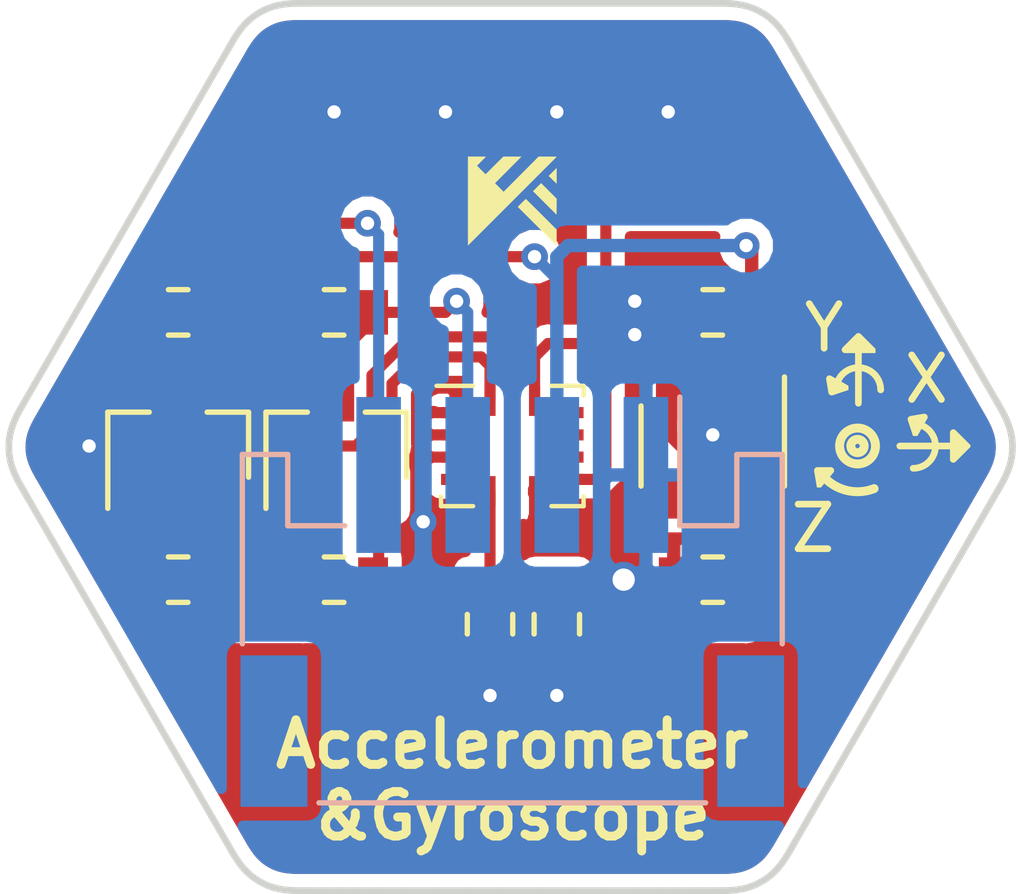
<source format=kicad_pcb>
(kicad_pcb (version 20171130) (host pcbnew "(5.0.0-rc2-178-g3c7b91b96)")

  (general
    (thickness 1.6)
    (drawings 335)
    (tracks 126)
    (zones 0)
    (modules 14)
    (nets 8)
  )

  (page A4)
  (layers
    (0 F.Cu signal)
    (31 B.Cu signal)
    (32 B.Adhes user)
    (33 F.Adhes user)
    (34 B.Paste user)
    (35 F.Paste user)
    (36 B.SilkS user)
    (37 F.SilkS user)
    (38 B.Mask user)
    (39 F.Mask user)
    (40 Dwgs.User user)
    (41 Cmts.User user)
    (42 Eco1.User user)
    (43 Eco2.User user)
    (44 Edge.Cuts user)
    (45 Margin user)
    (46 B.CrtYd user)
    (47 F.CrtYd user)
    (48 B.Fab user hide)
    (49 F.Fab user hide)
  )

  (setup
    (last_trace_width 0.25)
    (user_trace_width 0.2)
    (user_trace_width 0.25)
    (user_trace_width 0.3)
    (user_trace_width 0.4)
    (user_trace_width 0.5)
    (user_trace_width 0.6)
    (trace_clearance 0.2)
    (zone_clearance 0.3)
    (zone_45_only no)
    (trace_min 0.2)
    (segment_width 0.2)
    (edge_width 0.15)
    (via_size 0.6)
    (via_drill 0.3)
    (via_min_size 0.6)
    (via_min_drill 0.3)
    (user_via 0.6 0.3)
    (uvia_size 0.3)
    (uvia_drill 0.1)
    (uvias_allowed no)
    (uvia_min_size 0.2)
    (uvia_min_drill 0.1)
    (pcb_text_width 0.3)
    (pcb_text_size 1.5 1.5)
    (mod_edge_width 0.15)
    (mod_text_size 1 1)
    (mod_text_width 0.15)
    (pad_size 1.524 1.524)
    (pad_drill 0.762)
    (pad_to_mask_clearance 0.2)
    (aux_axis_origin 0 0)
    (visible_elements 7FFFFFFF)
    (pcbplotparams
      (layerselection 0x010fc_ffffffff)
      (usegerberextensions false)
      (usegerberattributes false)
      (usegerberadvancedattributes false)
      (creategerberjobfile false)
      (excludeedgelayer true)
      (linewidth 0.100000)
      (plotframeref false)
      (viasonmask false)
      (mode 1)
      (useauxorigin false)
      (hpglpennumber 1)
      (hpglpenspeed 20)
      (hpglpendiameter 15.000000)
      (psnegative false)
      (psa4output false)
      (plotreference true)
      (plotvalue true)
      (plotinvisibletext false)
      (padsonsilk false)
      (subtractmaskfromsilk false)
      (outputformat 1)
      (mirror false)
      (drillshape 0)
      (scaleselection 1)
      (outputdirectory gerber/))
  )

  (net 0 "")
  (net 1 VCC)
  (net 2 GND)
  (net 3 +3V3)
  (net 4 SDA_VIN)
  (net 5 SCL_VIN)
  (net 6 SDA_3V3)
  (net 7 SCL_3V3)

  (net_class Default "This is the default net class."
    (clearance 0.2)
    (trace_width 0.25)
    (via_dia 0.6)
    (via_drill 0.3)
    (uvia_dia 0.3)
    (uvia_drill 0.1)
    (add_net +3V3)
    (add_net GND)
    (add_net SCL_3V3)
    (add_net SCL_VIN)
    (add_net SDA_3V3)
    (add_net SDA_VIN)
    (add_net VCC)
  )

  (module Connector_JST:JST_PH_S4B-PH-SM4-TB_1x04-1MP_P2.00mm_Horizontal (layer B.Cu) (tedit 5B56C5C6) (tstamp 5B572188)
    (at 146.5 103.5 180)
    (descr "JST PH series connector, S4B-PH-SM4-TB (http://www.jst-mfg.com/product/pdf/eng/ePH.pdf), generated with kicad-footprint-generator")
    (tags "connector JST PH top entry")
    (path /5AD000E2)
    (attr smd)
    (fp_text reference J1 (at 0 5.8 180) (layer B.SilkS) hide
      (effects (font (size 1 1) (thickness 0.15)) (justify mirror))
    )
    (fp_text value Conn_01x04 (at 0 -5.8 180) (layer B.Fab)
      (effects (font (size 1 1) (thickness 0.15)) (justify mirror))
    )
    (fp_line (start -5.95 3.2) (end -5.15 3.2) (layer B.Fab) (width 0.1))
    (fp_line (start -5.15 3.2) (end -5.15 1.6) (layer B.Fab) (width 0.1))
    (fp_line (start -5.15 1.6) (end 5.15 1.6) (layer B.Fab) (width 0.1))
    (fp_line (start 5.15 1.6) (end 5.15 3.2) (layer B.Fab) (width 0.1))
    (fp_line (start 5.15 3.2) (end 5.95 3.2) (layer B.Fab) (width 0.1))
    (fp_line (start -6.06 -0.94) (end -6.06 3.31) (layer B.SilkS) (width 0.12))
    (fp_line (start -6.06 3.31) (end -5.04 3.31) (layer B.SilkS) (width 0.12))
    (fp_line (start -5.04 3.31) (end -5.04 1.71) (layer B.SilkS) (width 0.12))
    (fp_line (start -5.04 1.71) (end -3.76 1.71) (layer B.SilkS) (width 0.12))
    (fp_line (start -3.76 1.71) (end -3.76 4.6) (layer B.SilkS) (width 0.12))
    (fp_line (start 6.06 -0.94) (end 6.06 3.31) (layer B.SilkS) (width 0.12))
    (fp_line (start 6.06 3.31) (end 5.04 3.31) (layer B.SilkS) (width 0.12))
    (fp_line (start 5.04 3.31) (end 5.04 1.71) (layer B.SilkS) (width 0.12))
    (fp_line (start 5.04 1.71) (end 3.76 1.71) (layer B.SilkS) (width 0.12))
    (fp_line (start -4.34 -4.51) (end 4.34 -4.51) (layer B.SilkS) (width 0.12))
    (fp_line (start -5.95 -4.4) (end 5.95 -4.4) (layer B.Fab) (width 0.1))
    (fp_line (start -5.95 3.2) (end -5.95 -4.4) (layer B.Fab) (width 0.1))
    (fp_line (start 5.95 3.2) (end 5.95 -4.4) (layer B.Fab) (width 0.1))
    (fp_line (start -6.6 5.1) (end -6.6 -5.1) (layer B.CrtYd) (width 0.05))
    (fp_line (start -6.6 -5.1) (end 6.6 -5.1) (layer B.CrtYd) (width 0.05))
    (fp_line (start 6.6 -5.1) (end 6.6 5.1) (layer B.CrtYd) (width 0.05))
    (fp_line (start 6.6 5.1) (end -6.6 5.1) (layer B.CrtYd) (width 0.05))
    (fp_line (start -3.5 1.6) (end -3 0.892893) (layer B.Fab) (width 0.1))
    (fp_line (start -3 0.892893) (end -2.5 1.6) (layer B.Fab) (width 0.1))
    (fp_text user %R (at 0 -1.5 180) (layer B.Fab)
      (effects (font (size 1 1) (thickness 0.15)) (justify mirror))
    )
    (pad 1 smd rect (at -3 2.85 180) (size 1 3.5) (layers B.Cu B.Paste B.Mask)
      (net 2 GND))
    (pad 2 smd rect (at -1 2.85 180) (size 1 3.5) (layers B.Cu B.Paste B.Mask)
      (net 1 VCC))
    (pad 3 smd rect (at 1 2.85 180) (size 1 3.5) (layers B.Cu B.Paste B.Mask)
      (net 4 SDA_VIN))
    (pad 4 smd rect (at 3 2.85 180) (size 1 3.5) (layers B.Cu B.Paste B.Mask)
      (net 5 SCL_VIN))
    (pad MP smd rect (at -5.35 -2.9 180) (size 1.5 3.4) (layers B.Cu B.Paste B.Mask))
    (pad MP smd rect (at 5.35 -2.9 180) (size 1.5 3.4) (layers B.Cu B.Paste B.Mask))
    (model ${KISYS3DMOD}/Connector_JST.3dshapes/JST_PH_S4B-PH-SM4-TB_1x04-1MP_P2.00mm_Horizontal.wrl
      (at (xyz 0 0 0))
      (scale (xyz 1 1 1))
      (rotate (xyz 0 0 0))
    )
  )

  (module Capacitor_SMD:C_0603_1608Metric (layer F.Cu) (tedit 5ACA03CC) (tstamp 5AD5B917)
    (at 151 97 180)
    (descr "Capacitor SMD 0603 (1608 Metric), square (rectangular) end terminal, IPC_7351 nominal, (Body size source: http://www.tortai-tech.com/upload/download/2011102023233369053.pdf), generated with kicad-footprint-generator")
    (tags capacitor)
    (path /5ACF09BA)
    (attr smd)
    (fp_text reference C1 (at 3 0 180) (layer F.SilkS) hide
      (effects (font (size 1 1) (thickness 0.15)))
    )
    (fp_text value 1uF (at 0 1.65 180) (layer F.Fab)
      (effects (font (size 1 1) (thickness 0.15)))
    )
    (fp_line (start -0.8 0.4) (end -0.8 -0.4) (layer F.Fab) (width 0.1))
    (fp_line (start -0.8 -0.4) (end 0.8 -0.4) (layer F.Fab) (width 0.1))
    (fp_line (start 0.8 -0.4) (end 0.8 0.4) (layer F.Fab) (width 0.1))
    (fp_line (start 0.8 0.4) (end -0.8 0.4) (layer F.Fab) (width 0.1))
    (fp_line (start -0.22 -0.51) (end 0.22 -0.51) (layer F.SilkS) (width 0.12))
    (fp_line (start -0.22 0.51) (end 0.22 0.51) (layer F.SilkS) (width 0.12))
    (fp_line (start -1.46 0.75) (end -1.46 -0.75) (layer F.CrtYd) (width 0.05))
    (fp_line (start -1.46 -0.75) (end 1.46 -0.75) (layer F.CrtYd) (width 0.05))
    (fp_line (start 1.46 -0.75) (end 1.46 0.75) (layer F.CrtYd) (width 0.05))
    (fp_line (start 1.46 0.75) (end -1.46 0.75) (layer F.CrtYd) (width 0.05))
    (fp_text user %R (at 0 0 180) (layer F.Fab)
      (effects (font (size 0.5 0.5) (thickness 0.08)))
    )
    (pad 1 smd rect (at -0.875 0 180) (size 0.67 1) (layers F.Cu F.Paste F.Mask)
      (net 1 VCC))
    (pad 2 smd rect (at 0.875 0 180) (size 0.67 1) (layers F.Cu F.Paste F.Mask)
      (net 2 GND))
    (model ${KISYS3DMOD}/Capacitor_SMD.3dshapes/C_0603_1608Metric.wrl
      (at (xyz 0 0 0))
      (scale (xyz 1 1 1))
      (rotate (xyz 0 0 0))
    )
  )

  (module Capacitor_SMD:C_0603_1608Metric (layer F.Cu) (tedit 5ACA03CF) (tstamp 5AD5B928)
    (at 151 103 180)
    (descr "Capacitor SMD 0603 (1608 Metric), square (rectangular) end terminal, IPC_7351 nominal, (Body size source: http://www.tortai-tech.com/upload/download/2011102023233369053.pdf), generated with kicad-footprint-generator")
    (tags capacitor)
    (path /5ACF54F7)
    (attr smd)
    (fp_text reference C2 (at 0 -1.65 180) (layer F.SilkS) hide
      (effects (font (size 1 1) (thickness 0.15)))
    )
    (fp_text value 1uF (at 0 1.65 180) (layer F.Fab)
      (effects (font (size 1 1) (thickness 0.15)))
    )
    (fp_text user %R (at 0 0 180) (layer F.Fab)
      (effects (font (size 0.5 0.5) (thickness 0.08)))
    )
    (fp_line (start 1.46 0.75) (end -1.46 0.75) (layer F.CrtYd) (width 0.05))
    (fp_line (start 1.46 -0.75) (end 1.46 0.75) (layer F.CrtYd) (width 0.05))
    (fp_line (start -1.46 -0.75) (end 1.46 -0.75) (layer F.CrtYd) (width 0.05))
    (fp_line (start -1.46 0.75) (end -1.46 -0.75) (layer F.CrtYd) (width 0.05))
    (fp_line (start -0.22 0.51) (end 0.22 0.51) (layer F.SilkS) (width 0.12))
    (fp_line (start -0.22 -0.51) (end 0.22 -0.51) (layer F.SilkS) (width 0.12))
    (fp_line (start 0.8 0.4) (end -0.8 0.4) (layer F.Fab) (width 0.1))
    (fp_line (start 0.8 -0.4) (end 0.8 0.4) (layer F.Fab) (width 0.1))
    (fp_line (start -0.8 -0.4) (end 0.8 -0.4) (layer F.Fab) (width 0.1))
    (fp_line (start -0.8 0.4) (end -0.8 -0.4) (layer F.Fab) (width 0.1))
    (pad 2 smd rect (at 0.875 0 180) (size 0.67 1) (layers F.Cu F.Paste F.Mask)
      (net 2 GND))
    (pad 1 smd rect (at -0.875 0 180) (size 0.67 1) (layers F.Cu F.Paste F.Mask)
      (net 3 +3V3))
    (model ${KISYS3DMOD}/Capacitor_SMD.3dshapes/C_0603_1608Metric.wrl
      (at (xyz 0 0 0))
      (scale (xyz 1 1 1))
      (rotate (xyz 0 0 0))
    )
  )

  (module Capacitor_SMD:C_0603_1608Metric (layer F.Cu) (tedit 5ACA0477) (tstamp 5AD5B939)
    (at 147.5 104 270)
    (descr "Capacitor SMD 0603 (1608 Metric), square (rectangular) end terminal, IPC_7351 nominal, (Body size source: http://www.tortai-tech.com/upload/download/2011102023233369053.pdf), generated with kicad-footprint-generator")
    (tags capacitor)
    (path /5ACF0F77)
    (attr smd)
    (fp_text reference C3 (at 0 -1.65 270) (layer F.SilkS) hide
      (effects (font (size 1 1) (thickness 0.15)))
    )
    (fp_text value 0.1uF (at 0 1.65 270) (layer F.Fab)
      (effects (font (size 1 1) (thickness 0.15)))
    )
    (fp_text user %R (at 0 0 270) (layer F.Fab)
      (effects (font (size 0.5 0.5) (thickness 0.08)))
    )
    (fp_line (start 1.46 0.75) (end -1.46 0.75) (layer F.CrtYd) (width 0.05))
    (fp_line (start 1.46 -0.75) (end 1.46 0.75) (layer F.CrtYd) (width 0.05))
    (fp_line (start -1.46 -0.75) (end 1.46 -0.75) (layer F.CrtYd) (width 0.05))
    (fp_line (start -1.46 0.75) (end -1.46 -0.75) (layer F.CrtYd) (width 0.05))
    (fp_line (start -0.22 0.51) (end 0.22 0.51) (layer F.SilkS) (width 0.12))
    (fp_line (start -0.22 -0.51) (end 0.22 -0.51) (layer F.SilkS) (width 0.12))
    (fp_line (start 0.8 0.4) (end -0.8 0.4) (layer F.Fab) (width 0.1))
    (fp_line (start 0.8 -0.4) (end 0.8 0.4) (layer F.Fab) (width 0.1))
    (fp_line (start -0.8 -0.4) (end 0.8 -0.4) (layer F.Fab) (width 0.1))
    (fp_line (start -0.8 0.4) (end -0.8 -0.4) (layer F.Fab) (width 0.1))
    (pad 2 smd rect (at 0.875 0 270) (size 0.67 1) (layers F.Cu F.Paste F.Mask)
      (net 2 GND))
    (pad 1 smd rect (at -0.875 0 270) (size 0.67 1) (layers F.Cu F.Paste F.Mask)
      (net 3 +3V3))
    (model ${KISYS3DMOD}/Capacitor_SMD.3dshapes/C_0603_1608Metric.wrl
      (at (xyz 0 0 0))
      (scale (xyz 1 1 1))
      (rotate (xyz 0 0 0))
    )
  )

  (module Capacitor_SMD:C_0603_1608Metric (layer F.Cu) (tedit 5ACA047E) (tstamp 5AD5B94A)
    (at 146 104 270)
    (descr "Capacitor SMD 0603 (1608 Metric), square (rectangular) end terminal, IPC_7351 nominal, (Body size source: http://www.tortai-tech.com/upload/download/2011102023233369053.pdf), generated with kicad-footprint-generator")
    (tags capacitor)
    (path /5ACF1210)
    (attr smd)
    (fp_text reference C4 (at 0 -1.65 270) (layer F.SilkS) hide
      (effects (font (size 1 1) (thickness 0.15)))
    )
    (fp_text value 0.1uF (at 0 1.65 270) (layer F.Fab)
      (effects (font (size 1 1) (thickness 0.15)))
    )
    (fp_line (start -0.8 0.4) (end -0.8 -0.4) (layer F.Fab) (width 0.1))
    (fp_line (start -0.8 -0.4) (end 0.8 -0.4) (layer F.Fab) (width 0.1))
    (fp_line (start 0.8 -0.4) (end 0.8 0.4) (layer F.Fab) (width 0.1))
    (fp_line (start 0.8 0.4) (end -0.8 0.4) (layer F.Fab) (width 0.1))
    (fp_line (start -0.22 -0.51) (end 0.22 -0.51) (layer F.SilkS) (width 0.12))
    (fp_line (start -0.22 0.51) (end 0.22 0.51) (layer F.SilkS) (width 0.12))
    (fp_line (start -1.46 0.75) (end -1.46 -0.75) (layer F.CrtYd) (width 0.05))
    (fp_line (start -1.46 -0.75) (end 1.46 -0.75) (layer F.CrtYd) (width 0.05))
    (fp_line (start 1.46 -0.75) (end 1.46 0.75) (layer F.CrtYd) (width 0.05))
    (fp_line (start 1.46 0.75) (end -1.46 0.75) (layer F.CrtYd) (width 0.05))
    (fp_text user %R (at 0 0 270) (layer F.Fab)
      (effects (font (size 0.5 0.5) (thickness 0.08)))
    )
    (pad 1 smd rect (at -0.875 0 270) (size 0.67 1) (layers F.Cu F.Paste F.Mask)
      (net 3 +3V3))
    (pad 2 smd rect (at 0.875 0 270) (size 0.67 1) (layers F.Cu F.Paste F.Mask)
      (net 2 GND))
    (model ${KISYS3DMOD}/Capacitor_SMD.3dshapes/C_0603_1608Metric.wrl
      (at (xyz 0 0 0))
      (scale (xyz 1 1 1))
      (rotate (xyz 0 0 0))
    )
  )

  (module Package_TO_SOT_SMD:SOT-23 (layer F.Cu) (tedit 5ACA03A8) (tstamp 5AD5B990)
    (at 142.55 100 90)
    (descr "SOT-23, Standard")
    (tags SOT-23)
    (path /5ACF9341)
    (attr smd)
    (fp_text reference Q1 (at 0 -2.5 90) (layer F.SilkS) hide
      (effects (font (size 1 1) (thickness 0.15)))
    )
    (fp_text value BSS138 (at 0 2.5 90) (layer F.Fab)
      (effects (font (size 1 1) (thickness 0.15)))
    )
    (fp_text user %R (at 0 0 180) (layer F.Fab)
      (effects (font (size 0.5 0.5) (thickness 0.075)))
    )
    (fp_line (start -0.7 -0.95) (end -0.7 1.5) (layer F.Fab) (width 0.1))
    (fp_line (start -0.15 -1.52) (end 0.7 -1.52) (layer F.Fab) (width 0.1))
    (fp_line (start -0.7 -0.95) (end -0.15 -1.52) (layer F.Fab) (width 0.1))
    (fp_line (start 0.7 -1.52) (end 0.7 1.52) (layer F.Fab) (width 0.1))
    (fp_line (start -0.7 1.52) (end 0.7 1.52) (layer F.Fab) (width 0.1))
    (fp_line (start 0.76 1.58) (end 0.76 0.65) (layer F.SilkS) (width 0.12))
    (fp_line (start 0.76 -1.58) (end 0.76 -0.65) (layer F.SilkS) (width 0.12))
    (fp_line (start -1.7 -1.75) (end 1.7 -1.75) (layer F.CrtYd) (width 0.05))
    (fp_line (start 1.7 -1.75) (end 1.7 1.75) (layer F.CrtYd) (width 0.05))
    (fp_line (start 1.7 1.75) (end -1.7 1.75) (layer F.CrtYd) (width 0.05))
    (fp_line (start -1.7 1.75) (end -1.7 -1.75) (layer F.CrtYd) (width 0.05))
    (fp_line (start 0.76 -1.58) (end -1.4 -1.58) (layer F.SilkS) (width 0.12))
    (fp_line (start 0.76 1.58) (end -0.7 1.58) (layer F.SilkS) (width 0.12))
    (pad 1 smd rect (at -1 -0.95 90) (size 0.9 0.8) (layers F.Cu F.Paste F.Mask)
      (net 3 +3V3))
    (pad 2 smd rect (at -1 0.95 90) (size 0.9 0.8) (layers F.Cu F.Paste F.Mask)
      (net 6 SDA_3V3))
    (pad 3 smd rect (at 1 0 90) (size 0.9 0.8) (layers F.Cu F.Paste F.Mask)
      (net 4 SDA_VIN))
    (model ${KISYS3DMOD}/Package_TO_SOT_SMD.3dshapes/SOT-23.wrl
      (at (xyz 0 0 0))
      (scale (xyz 1 1 1))
      (rotate (xyz 0 0 0))
    )
  )

  (module Package_TO_SOT_SMD:SOT-23 (layer F.Cu) (tedit 5ACA03D2) (tstamp 5AD5B9A5)
    (at 139 100 90)
    (descr "SOT-23, Standard")
    (tags SOT-23)
    (path /5ACFEB66)
    (attr smd)
    (fp_text reference Q2 (at 0 -2.5 90) (layer F.SilkS) hide
      (effects (font (size 1 1) (thickness 0.15)))
    )
    (fp_text value BSS138 (at 0 2.5 90) (layer F.Fab)
      (effects (font (size 1 1) (thickness 0.15)))
    )
    (fp_line (start 0.76 1.58) (end -0.7 1.58) (layer F.SilkS) (width 0.12))
    (fp_line (start 0.76 -1.58) (end -1.4 -1.58) (layer F.SilkS) (width 0.12))
    (fp_line (start -1.7 1.75) (end -1.7 -1.75) (layer F.CrtYd) (width 0.05))
    (fp_line (start 1.7 1.75) (end -1.7 1.75) (layer F.CrtYd) (width 0.05))
    (fp_line (start 1.7 -1.75) (end 1.7 1.75) (layer F.CrtYd) (width 0.05))
    (fp_line (start -1.7 -1.75) (end 1.7 -1.75) (layer F.CrtYd) (width 0.05))
    (fp_line (start 0.76 -1.58) (end 0.76 -0.65) (layer F.SilkS) (width 0.12))
    (fp_line (start 0.76 1.58) (end 0.76 0.65) (layer F.SilkS) (width 0.12))
    (fp_line (start -0.7 1.52) (end 0.7 1.52) (layer F.Fab) (width 0.1))
    (fp_line (start 0.7 -1.52) (end 0.7 1.52) (layer F.Fab) (width 0.1))
    (fp_line (start -0.7 -0.95) (end -0.15 -1.52) (layer F.Fab) (width 0.1))
    (fp_line (start -0.15 -1.52) (end 0.7 -1.52) (layer F.Fab) (width 0.1))
    (fp_line (start -0.7 -0.95) (end -0.7 1.5) (layer F.Fab) (width 0.1))
    (fp_text user %R (at 0 0 180) (layer F.Fab)
      (effects (font (size 0.5 0.5) (thickness 0.075)))
    )
    (pad 3 smd rect (at 1 0 90) (size 0.9 0.8) (layers F.Cu F.Paste F.Mask)
      (net 5 SCL_VIN))
    (pad 2 smd rect (at -1 0.95 90) (size 0.9 0.8) (layers F.Cu F.Paste F.Mask)
      (net 7 SCL_3V3))
    (pad 1 smd rect (at -1 -0.95 90) (size 0.9 0.8) (layers F.Cu F.Paste F.Mask)
      (net 3 +3V3))
    (model ${KISYS3DMOD}/Package_TO_SOT_SMD.3dshapes/SOT-23.wrl
      (at (xyz 0 0 0))
      (scale (xyz 1 1 1))
      (rotate (xyz 0 0 0))
    )
  )

  (module Resistor_SMD:R_0603_1608Metric (layer F.Cu) (tedit 5ACA03A5) (tstamp 5AD5B9B6)
    (at 142.5 103)
    (descr "Resistor SMD 0603 (1608 Metric), square (rectangular) end terminal, IPC_7351 nominal, (Body size source: http://www.tortai-tech.com/upload/download/2011102023233369053.pdf), generated with kicad-footprint-generator")
    (tags resistor)
    (path /5ACF9560)
    (attr smd)
    (fp_text reference R1 (at -2 0) (layer F.SilkS) hide
      (effects (font (size 1 1) (thickness 0.15)))
    )
    (fp_text value 10K (at 0 1.65) (layer F.Fab)
      (effects (font (size 1 1) (thickness 0.15)))
    )
    (fp_line (start -0.8 0.4) (end -0.8 -0.4) (layer F.Fab) (width 0.1))
    (fp_line (start -0.8 -0.4) (end 0.8 -0.4) (layer F.Fab) (width 0.1))
    (fp_line (start 0.8 -0.4) (end 0.8 0.4) (layer F.Fab) (width 0.1))
    (fp_line (start 0.8 0.4) (end -0.8 0.4) (layer F.Fab) (width 0.1))
    (fp_line (start -0.22 -0.51) (end 0.22 -0.51) (layer F.SilkS) (width 0.12))
    (fp_line (start -0.22 0.51) (end 0.22 0.51) (layer F.SilkS) (width 0.12))
    (fp_line (start -1.46 0.75) (end -1.46 -0.75) (layer F.CrtYd) (width 0.05))
    (fp_line (start -1.46 -0.75) (end 1.46 -0.75) (layer F.CrtYd) (width 0.05))
    (fp_line (start 1.46 -0.75) (end 1.46 0.75) (layer F.CrtYd) (width 0.05))
    (fp_line (start 1.46 0.75) (end -1.46 0.75) (layer F.CrtYd) (width 0.05))
    (fp_text user %R (at 0 0) (layer F.Fab)
      (effects (font (size 0.5 0.5) (thickness 0.08)))
    )
    (pad 1 smd rect (at -0.875 0) (size 0.67 1) (layers F.Cu F.Paste F.Mask)
      (net 3 +3V3))
    (pad 2 smd rect (at 0.875 0) (size 0.67 1) (layers F.Cu F.Paste F.Mask)
      (net 6 SDA_3V3))
    (model ${KISYS3DMOD}/Resistor_SMD.3dshapes/R_0603_1608Metric.wrl
      (at (xyz 0 0 0))
      (scale (xyz 1 1 1))
      (rotate (xyz 0 0 0))
    )
  )

  (module Resistor_SMD:R_0603_1608Metric (layer F.Cu) (tedit 5ACA03D8) (tstamp 5AD5B9C7)
    (at 139 103)
    (descr "Resistor SMD 0603 (1608 Metric), square (rectangular) end terminal, IPC_7351 nominal, (Body size source: http://www.tortai-tech.com/upload/download/2011102023233369053.pdf), generated with kicad-footprint-generator")
    (tags resistor)
    (path /5ACFEB72)
    (attr smd)
    (fp_text reference R2 (at 0 -1.65) (layer F.SilkS) hide
      (effects (font (size 1 1) (thickness 0.15)))
    )
    (fp_text value 10K (at 0 1.65) (layer F.Fab)
      (effects (font (size 1 1) (thickness 0.15)))
    )
    (fp_line (start -0.8 0.4) (end -0.8 -0.4) (layer F.Fab) (width 0.1))
    (fp_line (start -0.8 -0.4) (end 0.8 -0.4) (layer F.Fab) (width 0.1))
    (fp_line (start 0.8 -0.4) (end 0.8 0.4) (layer F.Fab) (width 0.1))
    (fp_line (start 0.8 0.4) (end -0.8 0.4) (layer F.Fab) (width 0.1))
    (fp_line (start -0.22 -0.51) (end 0.22 -0.51) (layer F.SilkS) (width 0.12))
    (fp_line (start -0.22 0.51) (end 0.22 0.51) (layer F.SilkS) (width 0.12))
    (fp_line (start -1.46 0.75) (end -1.46 -0.75) (layer F.CrtYd) (width 0.05))
    (fp_line (start -1.46 -0.75) (end 1.46 -0.75) (layer F.CrtYd) (width 0.05))
    (fp_line (start 1.46 -0.75) (end 1.46 0.75) (layer F.CrtYd) (width 0.05))
    (fp_line (start 1.46 0.75) (end -1.46 0.75) (layer F.CrtYd) (width 0.05))
    (fp_text user %R (at -0.337381 -0.0075) (layer F.Fab)
      (effects (font (size 0.5 0.5) (thickness 0.08)))
    )
    (pad 1 smd rect (at -0.875 0) (size 0.67 1) (layers F.Cu F.Paste F.Mask)
      (net 3 +3V3))
    (pad 2 smd rect (at 0.875 0) (size 0.67 1) (layers F.Cu F.Paste F.Mask)
      (net 7 SCL_3V3))
    (model ${KISYS3DMOD}/Resistor_SMD.3dshapes/R_0603_1608Metric.wrl
      (at (xyz 0 0 0))
      (scale (xyz 1 1 1))
      (rotate (xyz 0 0 0))
    )
  )

  (module Resistor_SMD:R_0603_1608Metric (layer F.Cu) (tedit 5ACA03AD) (tstamp 5AD5B9D8)
    (at 142.5 97)
    (descr "Resistor SMD 0603 (1608 Metric), square (rectangular) end terminal, IPC_7351 nominal, (Body size source: http://www.tortai-tech.com/upload/download/2011102023233369053.pdf), generated with kicad-footprint-generator")
    (tags resistor)
    (path /5ACFCA7C)
    (attr smd)
    (fp_text reference R3 (at 0 -1.65) (layer F.SilkS) hide
      (effects (font (size 1 1) (thickness 0.15)))
    )
    (fp_text value 10K (at 0 1.65) (layer F.Fab)
      (effects (font (size 1 1) (thickness 0.15)))
    )
    (fp_text user %R (at 0 0) (layer F.Fab)
      (effects (font (size 0.5 0.5) (thickness 0.08)))
    )
    (fp_line (start 1.46 0.75) (end -1.46 0.75) (layer F.CrtYd) (width 0.05))
    (fp_line (start 1.46 -0.75) (end 1.46 0.75) (layer F.CrtYd) (width 0.05))
    (fp_line (start -1.46 -0.75) (end 1.46 -0.75) (layer F.CrtYd) (width 0.05))
    (fp_line (start -1.46 0.75) (end -1.46 -0.75) (layer F.CrtYd) (width 0.05))
    (fp_line (start -0.22 0.51) (end 0.22 0.51) (layer F.SilkS) (width 0.12))
    (fp_line (start -0.22 -0.51) (end 0.22 -0.51) (layer F.SilkS) (width 0.12))
    (fp_line (start 0.8 0.4) (end -0.8 0.4) (layer F.Fab) (width 0.1))
    (fp_line (start 0.8 -0.4) (end 0.8 0.4) (layer F.Fab) (width 0.1))
    (fp_line (start -0.8 -0.4) (end 0.8 -0.4) (layer F.Fab) (width 0.1))
    (fp_line (start -0.8 0.4) (end -0.8 -0.4) (layer F.Fab) (width 0.1))
    (pad 2 smd rect (at 0.875 0) (size 0.67 1) (layers F.Cu F.Paste F.Mask)
      (net 4 SDA_VIN))
    (pad 1 smd rect (at -0.875 0) (size 0.67 1) (layers F.Cu F.Paste F.Mask)
      (net 1 VCC))
    (model ${KISYS3DMOD}/Resistor_SMD.3dshapes/R_0603_1608Metric.wrl
      (at (xyz 0 0 0))
      (scale (xyz 1 1 1))
      (rotate (xyz 0 0 0))
    )
  )

  (module Resistor_SMD:R_0603_1608Metric (layer F.Cu) (tedit 5ACA03DC) (tstamp 5AD5B9E9)
    (at 139 97 180)
    (descr "Resistor SMD 0603 (1608 Metric), square (rectangular) end terminal, IPC_7351 nominal, (Body size source: http://www.tortai-tech.com/upload/download/2011102023233369053.pdf), generated with kicad-footprint-generator")
    (tags resistor)
    (path /5ACFEB84)
    (attr smd)
    (fp_text reference R4 (at 0 -1.65 180) (layer F.SilkS) hide
      (effects (font (size 1 1) (thickness 0.15)))
    )
    (fp_text value 10K (at 0 1.65 180) (layer F.Fab)
      (effects (font (size 1 1) (thickness 0.15)))
    )
    (fp_text user %R (at 0 0 180) (layer F.Fab)
      (effects (font (size 0.5 0.5) (thickness 0.08)))
    )
    (fp_line (start 1.46 0.75) (end -1.46 0.75) (layer F.CrtYd) (width 0.05))
    (fp_line (start 1.46 -0.75) (end 1.46 0.75) (layer F.CrtYd) (width 0.05))
    (fp_line (start -1.46 -0.75) (end 1.46 -0.75) (layer F.CrtYd) (width 0.05))
    (fp_line (start -1.46 0.75) (end -1.46 -0.75) (layer F.CrtYd) (width 0.05))
    (fp_line (start -0.22 0.51) (end 0.22 0.51) (layer F.SilkS) (width 0.12))
    (fp_line (start -0.22 -0.51) (end 0.22 -0.51) (layer F.SilkS) (width 0.12))
    (fp_line (start 0.8 0.4) (end -0.8 0.4) (layer F.Fab) (width 0.1))
    (fp_line (start 0.8 -0.4) (end 0.8 0.4) (layer F.Fab) (width 0.1))
    (fp_line (start -0.8 -0.4) (end 0.8 -0.4) (layer F.Fab) (width 0.1))
    (fp_line (start -0.8 0.4) (end -0.8 -0.4) (layer F.Fab) (width 0.1))
    (pad 2 smd rect (at 0.875 0 180) (size 0.67 1) (layers F.Cu F.Paste F.Mask)
      (net 5 SCL_VIN))
    (pad 1 smd rect (at -0.875 0 180) (size 0.67 1) (layers F.Cu F.Paste F.Mask)
      (net 1 VCC))
    (model ${KISYS3DMOD}/Resistor_SMD.3dshapes/R_0603_1608Metric.wrl
      (at (xyz 0 0 0))
      (scale (xyz 1 1 1))
      (rotate (xyz 0 0 0))
    )
  )

  (module Package_TO_SOT_SMD:SOT-23-5 (layer F.Cu) (tedit 5ACA03C8) (tstamp 5AD5B9FE)
    (at 151 100 270)
    (descr "5-pin SOT23 package")
    (tags SOT-23-5)
    (path /5ACF094B)
    (attr smd)
    (fp_text reference U1 (at 0 -2.9 270) (layer F.SilkS) hide
      (effects (font (size 1 1) (thickness 0.15)))
    )
    (fp_text value AP2127K-3.3 (at 0 2.9 270) (layer F.Fab)
      (effects (font (size 1 1) (thickness 0.15)))
    )
    (fp_text user %R (at 0 0) (layer F.Fab)
      (effects (font (size 0.5 0.5) (thickness 0.075)))
    )
    (fp_line (start -0.9 1.61) (end 0.9 1.61) (layer F.SilkS) (width 0.12))
    (fp_line (start 0.9 -1.61) (end -1.55 -1.61) (layer F.SilkS) (width 0.12))
    (fp_line (start -1.9 -1.8) (end 1.9 -1.8) (layer F.CrtYd) (width 0.05))
    (fp_line (start 1.9 -1.8) (end 1.9 1.8) (layer F.CrtYd) (width 0.05))
    (fp_line (start 1.9 1.8) (end -1.9 1.8) (layer F.CrtYd) (width 0.05))
    (fp_line (start -1.9 1.8) (end -1.9 -1.8) (layer F.CrtYd) (width 0.05))
    (fp_line (start -0.9 -0.9) (end -0.25 -1.55) (layer F.Fab) (width 0.1))
    (fp_line (start 0.9 -1.55) (end -0.25 -1.55) (layer F.Fab) (width 0.1))
    (fp_line (start -0.9 -0.9) (end -0.9 1.55) (layer F.Fab) (width 0.1))
    (fp_line (start 0.9 1.55) (end -0.9 1.55) (layer F.Fab) (width 0.1))
    (fp_line (start 0.9 -1.55) (end 0.9 1.55) (layer F.Fab) (width 0.1))
    (pad 1 smd rect (at -1.1 -0.95 270) (size 1.06 0.65) (layers F.Cu F.Paste F.Mask)
      (net 1 VCC))
    (pad 2 smd rect (at -1.1 0 270) (size 1.06 0.65) (layers F.Cu F.Paste F.Mask)
      (net 2 GND))
    (pad 3 smd rect (at -1.1 0.95 270) (size 1.06 0.65) (layers F.Cu F.Paste F.Mask)
      (net 1 VCC))
    (pad 4 smd rect (at 1.1 0.95 270) (size 1.06 0.65) (layers F.Cu F.Paste F.Mask))
    (pad 5 smd rect (at 1.1 -0.95 270) (size 1.06 0.65) (layers F.Cu F.Paste F.Mask)
      (net 3 +3V3))
    (model ${KISYS3DMOD}/Package_TO_SOT_SMD.3dshapes/SOT-23-5.wrl
      (at (xyz 0 0 0))
      (scale (xyz 1 1 1))
      (rotate (xyz 0 0 0))
    )
  )

  (module Package_LGA:Bosch_LGA-14_3x2.5mm_P0.5mm (layer F.Cu) (tedit 5ACA0479) (tstamp 5AD5BA21)
    (at 146.5 100)
    (descr "LGA-14 Bosch https://ae-bst.resource.bosch.com/media/_tech/media/datasheets/BST-BMI160-DS000-07.pdf")
    (tags "lga land grid array")
    (path /5ACF0895)
    (attr smd)
    (fp_text reference U2 (at 0 -2.5) (layer F.SilkS) hide
      (effects (font (size 1 1) (thickness 0.15)))
    )
    (fp_text value LSM6DS3 (at 0 2.5) (layer F.Fab)
      (effects (font (size 1 1) (thickness 0.15)))
    )
    (fp_line (start -1.7 -1.35) (end -0.88 -1.35) (layer F.SilkS) (width 0.1))
    (fp_line (start -1.6 1.35) (end -0.88 1.35) (layer F.SilkS) (width 0.1))
    (fp_line (start -1.6 1.35) (end -1.6 1.13) (layer F.SilkS) (width 0.1))
    (fp_line (start 1.6 1.13) (end 1.6 1.35) (layer F.SilkS) (width 0.1))
    (fp_line (start 1.6 1.35) (end 0.88 1.35) (layer F.SilkS) (width 0.1))
    (fp_line (start 0.88 -1.35) (end 1.6 -1.35) (layer F.SilkS) (width 0.1))
    (fp_line (start 1.6 -1.35) (end 1.6 -1.13) (layer F.SilkS) (width 0.1))
    (fp_text user %R (at 0 0) (layer F.Fab)
      (effects (font (size 0.5 0.5) (thickness 0.075)))
    )
    (fp_line (start -0.75 -1.25) (end -1.5 -0.5) (layer F.Fab) (width 0.1))
    (fp_line (start -0.75 -1.25) (end 1.5 -1.25) (layer F.Fab) (width 0.1))
    (fp_line (start 1.5 -1.25) (end 1.5 1.25) (layer F.Fab) (width 0.1))
    (fp_line (start 1.5 1.25) (end -1.5 1.25) (layer F.Fab) (width 0.1))
    (fp_line (start -1.5 1.25) (end -1.5 -0.5) (layer F.Fab) (width 0.1))
    (fp_line (start -1.85 -1.6) (end 1.85 -1.6) (layer F.CrtYd) (width 0.05))
    (fp_line (start 1.85 -1.6) (end 1.85 1.6) (layer F.CrtYd) (width 0.05))
    (fp_line (start 1.85 1.6) (end -1.85 1.6) (layer F.CrtYd) (width 0.05))
    (fp_line (start -1.85 1.6) (end -1.85 -1.6) (layer F.CrtYd) (width 0.05))
    (pad 13 smd rect (at 0 -1.0125) (size 0.25 0.675) (layers F.Cu F.Paste F.Mask)
      (net 7 SCL_3V3))
    (pad 14 smd rect (at -0.5 -1.0125) (size 0.25 0.675) (layers F.Cu F.Paste F.Mask)
      (net 6 SDA_3V3))
    (pad 12 smd rect (at 0.5 -1.0125) (size 0.25 0.675) (layers F.Cu F.Paste F.Mask)
      (net 3 +3V3))
    (pad 5 smd rect (at -0.5 1.0125) (size 0.25 0.675) (layers F.Cu F.Paste F.Mask)
      (net 3 +3V3))
    (pad 6 smd rect (at 0 1.0125) (size 0.25 0.675) (layers F.Cu F.Paste F.Mask)
      (net 2 GND))
    (pad 7 smd rect (at 0.5 1.0125) (size 0.25 0.675) (layers F.Cu F.Paste F.Mask)
      (net 2 GND))
    (pad 1 smd rect (at -1.2625 -0.75) (size 0.675 0.25) (layers F.Cu F.Paste F.Mask)
      (net 2 GND))
    (pad 2 smd rect (at -1.2625 -0.25) (size 0.675 0.25) (layers F.Cu F.Paste F.Mask)
      (net 2 GND))
    (pad 3 smd rect (at -1.2625 0.25) (size 0.675 0.25) (layers F.Cu F.Paste F.Mask)
      (net 2 GND))
    (pad 4 smd rect (at -1.2625 0.75) (size 0.675 0.25) (layers F.Cu F.Paste F.Mask))
    (pad 8 smd rect (at 1.2625 0.75) (size 0.675 0.25) (layers F.Cu F.Paste F.Mask)
      (net 3 +3V3))
    (pad 9 smd rect (at 1.2625 0.25) (size 0.675 0.25) (layers F.Cu F.Paste F.Mask))
    (pad 10 smd rect (at 1.2625 -0.25) (size 0.675 0.25) (layers F.Cu F.Paste F.Mask))
    (pad 11 smd rect (at 1.2625 -0.75) (size 0.675 0.25) (layers F.Cu F.Paste F.Mask))
    (model ${KISYS3DMOD}/Package_LGA.3dshapes/Bosch_LGA-14_3x2.5mm_P0.5mm.wrl
      (at (xyz 0 0 0))
      (scale (xyz 1 1 1))
      (rotate (xyz 0 0 0))
    )
  )

  (module GiraffeTech-Utility:MakerPlayground_logo_2x2mm (layer F.Cu) (tedit 0) (tstamp 5ACCA145)
    (at 146.5 94.5)
    (fp_text reference G*** (at 0 0) (layer F.SilkS) hide
      (effects (font (size 1.524 1.524) (thickness 0.3)))
    )
    (fp_text value LOGO (at 0.75 0) (layer F.SilkS) hide
      (effects (font (size 1.524 1.524) (thickness 0.3)))
    )
    (fp_poly (pts (xy 0.992188 -0.564543) (xy 0.992164 -0.528929) (xy 0.992097 -0.495895) (xy 0.991991 -0.466261)
      (xy 0.991852 -0.440843) (xy 0.991684 -0.420459) (xy 0.991492 -0.405926) (xy 0.991282 -0.398062)
      (xy 0.99116 -0.396875) (xy 0.988207 -0.399571) (xy 0.980351 -0.407199) (xy 0.968291 -0.419067)
      (xy 0.952725 -0.434484) (xy 0.934354 -0.452758) (xy 0.913876 -0.4732) (xy 0.906847 -0.480231)
      (xy 0.823563 -0.563586) (xy 0.907875 -0.647899) (xy 0.992188 -0.732211) (xy 0.992188 -0.564543)) (layer F.SilkS) (width 0.01))
    (fp_poly (pts (xy 0.992272 -0.049513) (xy 0.991238 0.124084) (xy 0.990203 0.297682) (xy 0.731231 0.038685)
      (xy 0.472259 -0.220311) (xy 0.559597 -0.307581) (xy 0.646934 -0.394851) (xy 0.992272 -0.049513)) (layer F.SilkS) (width 0.01))
    (fp_poly (pts (xy 0.306845 -0.036934) (xy 0.315366 -0.028902) (xy 0.328804 -0.015931) (xy 0.346812 0.001638)
      (xy 0.369045 0.023463) (xy 0.39516 0.049204) (xy 0.424812 0.078521) (xy 0.457655 0.111071)
      (xy 0.493344 0.146515) (xy 0.531535 0.184511) (xy 0.571883 0.224719) (xy 0.614044 0.266798)
      (xy 0.649934 0.302669) (xy 0.992273 0.645025) (xy 0.990203 0.990203) (xy 0.559594 0.560703)
      (xy 0.128984 0.131202) (xy 0.214278 0.045757) (xy 0.235683 0.024442) (xy 0.255382 0.005068)
      (xy 0.272657 -0.011676) (xy 0.28679 -0.025103) (xy 0.297063 -0.034528) (xy 0.302757 -0.039261)
      (xy 0.303583 -0.039687) (xy 0.306845 -0.036934)) (layer F.SilkS) (width 0.01))
    (fp_poly (pts (xy 0.790777 -0.991434) (xy 0.988227 -0.990203) (xy -0.992187 0.990197) (xy -0.992187 -0.992187)
      (xy -0.601395 -0.992187) (xy -0.646963 -0.945555) (xy -0.665935 -0.926151) (xy -0.688266 -0.903332)
      (xy -0.711752 -0.879346) (xy -0.734194 -0.856442) (xy -0.745114 -0.845303) (xy -0.797697 -0.791685)
      (xy -0.698482 -0.692529) (xy -0.599266 -0.593373) (xy -0.399829 -0.79278) (xy -0.200393 -0.992187)
      (xy 0.195473 -0.992187) (xy -0.099139 -0.695955) (xy -0.39375 -0.399723) (xy -0.194618 -0.200591)
      (xy 0.199355 -0.596628) (xy 0.593328 -0.992663) (xy 0.790777 -0.991434)) (layer F.SilkS) (width 0.01))
  )

  (gr_line (start 157.638011 99.519681) (end 157.609089 99.446255) (layer Edge.Cuts) (width 0.15))
  (gr_line (start 157.517109 99.253278) (end 157.488427 99.200525) (layer Edge.Cuts) (width 0.15))
  (gr_line (start 157.547522 99.312312) (end 157.517109 99.253278) (layer Edge.Cuts) (width 0.15))
  (gr_line (start 157.609089 99.446255) (end 157.578554 99.376884) (layer Edge.Cuts) (width 0.15))
  (gr_line (start 157.717087 99.839597) (end 157.704227 99.756955) (layer Edge.Cuts) (width 0.15))
  (gr_line (start 157.709293 100.258468) (end 157.720465 100.175432) (layer Edge.Cuts) (width 0.15))
  (gr_line (start 157.471276 100.874319) (end 157.498237 100.826035) (layer Edge.Cuts) (width 0.15))
  (gr_line (start 157.578554 99.376884) (end 157.547522 99.312312) (layer Edge.Cuts) (width 0.15))
  (gr_line (start 157.68656 99.675737) (end 157.664206 99.596422) (layer Edge.Cuts) (width 0.15))
  (gr_line (start 157.704227 99.756955) (end 157.68656 99.675737) (layer Edge.Cuts) (width 0.15))
  (gr_line (start 157.725141 99.923213) (end 157.717087 99.839597) (layer Edge.Cuts) (width 0.15))
  (gr_line (start 157.428136 100.949307) (end 157.447886 100.915101) (layer Edge.Cuts) (width 0.15))
  (gr_line (start 157.72683 100.091579) (end 157.728389 100.007357) (layer Edge.Cuts) (width 0.15))
  (gr_line (start 157.619492 100.572697) (end 157.647583 100.498019) (layer Edge.Cuts) (width 0.15))
  (gr_line (start 157.693315 100.340238) (end 157.709293 100.258468) (layer Edge.Cuts) (width 0.15))
  (gr_line (start 157.558412 100.709923) (end 157.589396 100.643579) (layer Edge.Cuts) (width 0.15))
  (gr_line (start 157.728389 100.007357) (end 157.725141 99.923213) (layer Edge.Cuts) (width 0.15))
  (gr_line (start 157.672555 100.420288) (end 157.693315 100.340238) (layer Edge.Cuts) (width 0.15))
  (gr_line (start 157.647583 100.498019) (end 157.672555 100.420288) (layer Edge.Cuts) (width 0.15))
  (gr_line (start 157.589396 100.643579) (end 157.619492 100.572697) (layer Edge.Cuts) (width 0.15))
  (gr_line (start 157.498237 100.826035) (end 157.527654 100.770989) (layer Edge.Cuts) (width 0.15))
  (gr_line (start 157.527654 100.770989) (end 157.558412 100.709923) (layer Edge.Cuts) (width 0.15))
  (gr_line (start 157.406299 100.987131) (end 157.428136 100.949307) (layer Edge.Cuts) (width 0.15))
  (gr_line (start 157.447886 100.915101) (end 157.471276 100.874319) (layer Edge.Cuts) (width 0.15))
  (gr_line (start 157.374647 101.041952) (end 157.406299 100.987131) (layer Edge.Cuts) (width 0.15))
  (gr_line (start 157.664206 99.596422) (end 157.638011 99.519681) (layer Edge.Cuts) (width 0.15))
  (gr_line (start 157.720465 100.175432) (end 157.72683 100.091579) (layer Edge.Cuts) (width 0.15))
  (gr_line (start 157.488427 99.200525) (end 157.462594 99.154794) (layer Edge.Cuts) (width 0.15))
  (gr_line (start 151.468137 109.970231) (end 151.543746 109.961733) (layer Edge.Cuts) (width 0.15))
  (gr_line (start 153.195552 108.280379) (end 153.396459 107.932396) (layer Edge.Cuts) (width 0.15))
  (gr_line (start 152.805444 108.956066) (end 152.856399 108.867811) (layer Edge.Cuts) (width 0.15))
  (gr_line (start 152.471873 109.465018) (end 152.522156 109.403316) (layer Edge.Cuts) (width 0.15))
  (gr_line (start 152.296235 109.638901) (end 152.358761 109.583902) (layer Edge.Cuts) (width 0.15))
  (gr_line (start 152.014708 109.82154) (end 152.089027 109.781932) (layer Edge.Cuts) (width 0.15))
  (gr_line (start 154.707001 105.662465) (end 155.104636 104.973738) (layer Edge.Cuts) (width 0.15))
  (gr_line (start 154.323125 106.32736) (end 154.707001 105.662465) (layer Edge.Cuts) (width 0.15))
  (gr_line (start 152.417378 109.525655) (end 152.471873 109.465018) (layer Edge.Cuts) (width 0.15))
  (gr_line (start 153.654015 107.486295) (end 153.967349 106.943583) (layer Edge.Cuts) (width 0.15))
  (gr_line (start 153.396459 107.932396) (end 153.654015 107.486295) (layer Edge.Cuts) (width 0.15))
  (gr_line (start 152.93325 108.734701) (end 153.043725 108.543352) (layer Edge.Cuts) (width 0.15))
  (gr_line (start 152.73068 109.08556) (end 152.750313 109.051556) (layer Edge.Cuts) (width 0.15))
  (gr_line (start 151.93841 109.856741) (end 152.014708 109.82154) (layer Edge.Cuts) (width 0.15))
  (gr_line (start 152.707442 109.125593) (end 152.73068 109.08556) (layer Edge.Cuts) (width 0.15))
  (gr_line (start 148.576616 109.981456) (end 149.221544 109.981456) (layer Edge.Cuts) (width 0.15))
  (gr_line (start 152.772658 109.012853) (end 152.805444 108.956066) (layer Edge.Cuts) (width 0.15))
  (gr_line (start 150.502214 109.981456) (end 150.737626 109.981456) (layer Edge.Cuts) (width 0.15))
  (gr_line (start 145.489156 109.981456) (end 146.279819 109.981456) (layer Edge.Cuts) (width 0.15))
  (gr_line (start 152.679485 109.172578) (end 152.707442 109.125593) (layer Edge.Cuts) (width 0.15))
  (gr_line (start 152.646893 109.225179) (end 152.679485 109.172578) (layer Edge.Cuts) (width 0.15))
  (gr_line (start 152.609751 109.28206) (end 152.646893 109.225179) (layer Edge.Cuts) (width 0.15))
  (gr_line (start 152.568144 109.341885) (end 152.609751 109.28206) (layer Edge.Cuts) (width 0.15))
  (gr_line (start 152.358761 109.583902) (end 152.417378 109.525655) (layer Edge.Cuts) (width 0.15))
  (gr_line (start 149.221544 109.981456) (end 149.759048 109.981456) (layer Edge.Cuts) (width 0.15))
  (gr_line (start 151.132102 109.981456) (end 151.171208 109.981456) (layer Edge.Cuts) (width 0.15))
  (gr_line (start 150.181173 109.981456) (end 150.502214 109.981456) (layer Edge.Cuts) (width 0.15))
  (gr_line (start 147.852231 109.981456) (end 148.576616 109.981456) (layer Edge.Cuts) (width 0.15))
  (gr_line (start 152.230179 109.690388) (end 152.296235 109.638901) (layer Edge.Cuts) (width 0.15))
  (gr_line (start 151.860522 109.88731) (end 151.93841 109.856741) (layer Edge.Cuts) (width 0.15))
  (gr_line (start 151.701592 109.933723) (end 151.781432 109.913024) (layer Edge.Cuts) (width 0.15))
  (gr_line (start 150.902865 109.981456) (end 151.013386 109.981456) (layer Edge.Cuts) (width 0.15))
  (gr_line (start 151.215787 109.981398) (end 151.268963 109.980841) (layer Edge.Cuts) (width 0.15))
  (gr_line (start 146.279819 109.981456) (end 147.077071 109.981456) (layer Edge.Cuts) (width 0.15))
  (gr_line (start 152.856399 108.867811) (end 152.93325 108.734701) (layer Edge.Cuts) (width 0.15))
  (gr_line (start 157.25099 101.256132) (end 157.325454 101.127158) (layer Edge.Cuts) (width 0.15))
  (gr_line (start 152.522156 109.403316) (end 152.568144 109.341885) (layer Edge.Cuts) (width 0.15))
  (gr_line (start 155.104636 104.973738) (end 155.50169 104.286019) (layer Edge.Cuts) (width 0.15))
  (gr_line (start 153.967349 106.943583) (end 154.323125 106.32736) (layer Edge.Cuts) (width 0.15))
  (gr_line (start 151.543746 109.961733) (end 151.621964 109.949761) (layer Edge.Cuts) (width 0.15))
  (gr_line (start 151.329546 109.979191) (end 151.396337 109.975853) (layer Edge.Cuts) (width 0.15))
  (gr_line (start 151.171208 109.981456) (end 151.215787 109.981398) (layer Edge.Cuts) (width 0.15))
  (gr_line (start 151.084647 109.981456) (end 151.132102 109.981456) (layer Edge.Cuts) (width 0.15))
  (gr_line (start 150.737626 109.981456) (end 150.902865 109.981456) (layer Edge.Cuts) (width 0.15))
  (gr_line (start 144.733764 109.981456) (end 145.489156 109.981456) (layer Edge.Cuts) (width 0.15))
  (gr_line (start 147.077071 109.981456) (end 147.852231 109.981456) (layer Edge.Cuts) (width 0.15))
  (gr_line (start 151.013386 109.981456) (end 151.084647 109.981456) (layer Edge.Cuts) (width 0.15))
  (gr_line (start 153.043725 108.543352) (end 153.195552 108.280379) (layer Edge.Cuts) (width 0.15))
  (gr_line (start 152.089027 109.781932) (end 152.16098 109.738139) (layer Edge.Cuts) (width 0.15))
  (gr_line (start 157.325454 101.127158) (end 157.374647 101.041952) (layer Edge.Cuts) (width 0.15))
  (gr_line (start 157.14353 101.44226) (end 157.25099 101.256132) (layer Edge.Cuts) (width 0.15))
  (gr_line (start 156.995343 101.698927) (end 157.14353 101.44226) (layer Edge.Cuts) (width 0.15))
  (gr_line (start 156.798703 102.039519) (end 156.995343 101.698927) (layer Edge.Cuts) (width 0.15))
  (gr_line (start 156.545954 102.477294) (end 156.798703 102.039519) (layer Edge.Cuts) (width 0.15))
  (gr_line (start 149.759048 109.981456) (end 150.181173 109.981456) (layer Edge.Cuts) (width 0.15))
  (gr_line (start 156.23669 103.012957) (end 156.545954 102.477294) (layer Edge.Cuts) (width 0.15))
  (gr_line (start 155.883821 103.624145) (end 156.23669 103.012957) (layer Edge.Cuts) (width 0.15))
  (gr_line (start 155.50169 104.286019) (end 155.883821 103.624145) (layer Edge.Cuts) (width 0.15))
  (gr_line (start 151.268963 109.980841) (end 151.329546 109.979191) (layer Edge.Cuts) (width 0.15))
  (gr_line (start 151.396337 109.975853) (end 151.468137 109.970231) (layer Edge.Cuts) (width 0.15))
  (gr_line (start 152.750313 109.051556) (end 152.772658 109.012853) (layer Edge.Cuts) (width 0.15))
  (gr_line (start 152.16098 109.738139) (end 152.230179 109.690388) (layer Edge.Cuts) (width 0.15))
  (gr_line (start 151.781432 109.913024) (end 151.860522 109.88731) (layer Edge.Cuts) (width 0.15))
  (gr_line (start 151.621964 109.949761) (end 151.701592 109.933723) (layer Edge.Cuts) (width 0.15))
  (gr_line (start 157.400528 99.047214) (end 157.393871 99.035684) (layer Edge.Cuts) (width 0.15))
  (gr_line (start 157.380976 99.01335) (end 157.364539 98.984881) (layer Edge.Cuts) (width 0.15))
  (gr_line (start 157.462594 99.154794) (end 157.440719 99.116823) (layer Edge.Cuts) (width 0.15))
  (gr_line (start 157.386077 99.022186) (end 157.385785 99.02168) (layer Edge.Cuts) (width 0.15))
  (gr_line (start 157.393871 99.035684) (end 157.389655 99.028382) (layer Edge.Cuts) (width 0.15))
  (gr_line (start 157.440719 99.116823) (end 157.423394 99.086817) (layer Edge.Cuts) (width 0.15))
  (gr_line (start 157.329304 98.923851) (end 157.2681 98.817843) (layer Edge.Cuts) (width 0.15))
  (gr_line (start 157.364539 98.984881) (end 157.329304 98.923851) (layer Edge.Cuts) (width 0.15))
  (gr_line (start 157.173758 98.654436) (end 157.039106 98.42121) (layer Edge.Cuts) (width 0.15))
  (gr_line (start 157.389655 99.028382) (end 157.387322 99.024342) (layer Edge.Cuts) (width 0.15))
  (gr_line (start 157.385785 99.02168) (end 157.380976 99.01335) (layer Edge.Cuts) (width 0.15))
  (gr_line (start 157.423394 99.086817) (end 157.410183 99.063936) (layer Edge.Cuts) (width 0.15))
  (gr_line (start 156.856974 98.105747) (end 156.620191 97.695625) (layer Edge.Cuts) (width 0.15))
  (gr_line (start 157.386315 99.022599) (end 157.386077 99.022186) (layer Edge.Cuts) (width 0.15))
  (gr_line (start 157.2681 98.817843) (end 157.173758 98.654436) (layer Edge.Cuts) (width 0.15))
  (gr_line (start 157.387322 99.024342) (end 157.386315 99.022599) (layer Edge.Cuts) (width 0.15))
  (gr_line (start 157.410183 99.063936) (end 157.400528 99.047214) (layer Edge.Cuts) (width 0.15))
  (gr_line (start 157.039106 98.42121) (end 156.856974 98.105747) (layer Edge.Cuts) (width 0.15))
  (gr_line (start 142.105531 109.981456) (end 142.306782 109.981456) (layer Edge.Cuts) (width 0.15))
  (gr_line (start 141.967352 109.981456) (end 142.105531 109.981456) (layer Edge.Cuts) (width 0.15))
  (gr_line (start 141.876788 109.981456) (end 141.967352 109.981456) (layer Edge.Cuts) (width 0.15))
  (gr_line (start 141.818385 109.981456) (end 141.876788 109.981456) (layer Edge.Cuts) (width 0.15))
  (gr_line (start 141.347425 109.9567) (end 141.424382 109.96672) (layer Edge.Cuts) (width 0.15))
  (gr_line (start 141.776685 109.981456) (end 141.818385 109.981456) (layer Edge.Cuts) (width 0.15))
  (gr_line (start 141.736306 109.981454) (end 141.776685 109.981456) (layer Edge.Cuts) (width 0.15))
  (gr_line (start 141.108963 109.901827) (end 141.188537 109.924827) (layer Edge.Cuts) (width 0.15))
  (gr_line (start 141.030377 109.873854) (end 141.108963 109.901827) (layer Edge.Cuts) (width 0.15))
  (gr_line (start 140.665917 109.667182) (end 140.733719 109.716678) (layer Edge.Cuts) (width 0.15))
  (gr_line (start 140.877734 109.803876) (end 140.953171 109.841129) (layer Edge.Cuts) (width 0.15))
  (gr_line (start 140.953171 109.841129) (end 141.030377 109.873854) (layer Edge.Cuts) (width 0.15))
  (gr_line (start 141.424382 109.96672) (end 141.498081 109.973589) (layer Edge.Cuts) (width 0.15))
  (gr_line (start 142.306782 109.981456) (end 142.58656 109.981456) (layer Edge.Cuts) (width 0.15))
  (gr_line (start 141.687635 109.98124) (end 141.736306 109.981454) (layer Edge.Cuts) (width 0.15))
  (gr_line (start 141.630907 109.980255) (end 141.687635 109.98124) (layer Edge.Cuts) (width 0.15))
  (gr_line (start 141.188537 109.924827) (end 141.26841 109.942933) (layer Edge.Cuts) (width 0.15))
  (gr_line (start 142.960322 109.981456) (end 143.443519 109.981456) (layer Edge.Cuts) (width 0.15))
  (gr_line (start 140.804454 109.762317) (end 140.877734 109.803876) (layer Edge.Cuts) (width 0.15))
  (gr_line (start 141.26841 109.942933) (end 141.347425 109.9567) (layer Edge.Cuts) (width 0.15))
  (gr_line (start 142.58656 109.981456) (end 142.960322 109.981456) (layer Edge.Cuts) (width 0.15))
  (gr_line (start 141.498081 109.973589) (end 141.567323 109.977903) (layer Edge.Cuts) (width 0.15))
  (gr_line (start 141.567323 109.977903) (end 141.630907 109.980255) (layer Edge.Cuts) (width 0.15))
  (gr_line (start 140.733719 109.716678) (end 140.804454 109.762317) (layer Edge.Cuts) (width 0.15))
  (gr_line (start 144.042324 109.981456) (end 144.733764 109.981456) (layer Edge.Cuts) (width 0.15))
  (gr_line (start 143.443519 109.981456) (end 144.042324 109.981456) (layer Edge.Cuts) (width 0.15))
  (gr_line (start 140.68393 90.363399) (end 140.618513 90.415566) (layer Edge.Cuts) (width 0.15))
  (gr_line (start 141.747922 90.062883) (end 141.701634 90.062991) (layer Edge.Cuts) (width 0.15))
  (gr_line (start 141.2899 90.097281) (end 141.210141 90.114155) (layer Edge.Cuts) (width 0.15))
  (gr_line (start 140.752564 90.314925) (end 140.68393 90.363399) (layer Edge.Cuts) (width 0.15))
  (gr_line (start 140.058161 91.197843) (end 139.975542 91.340945) (layer Edge.Cuts) (width 0.15))
  (gr_line (start 140.113422 91.102128) (end 140.058161 91.197843) (layer Edge.Cuts) (width 0.15))
  (gr_line (start 140.27346 90.82946) (end 140.241741 90.881101) (layer Edge.Cuts) (width 0.15))
  (gr_line (start 141.051496 90.162442) (end 140.973879 90.193903) (layer Edge.Cuts) (width 0.15))
  (gr_line (start 140.498855 90.529994) (end 140.445153 90.590934) (layer Edge.Cuts) (width 0.15))
  (gr_line (start 140.5567 90.471202) (end 140.498855 90.529994) (layer Edge.Cuts) (width 0.15))
  (gr_line (start 141.701634 90.062991) (end 141.646965 90.063709) (layer Edge.Cuts) (width 0.15))
  (gr_line (start 141.444672 90.075477) (end 141.368477 90.084586) (layer Edge.Cuts) (width 0.15))
  (gr_line (start 140.241741 90.881101) (end 140.214671 90.926873) (layer Edge.Cuts) (width 0.15))
  (gr_line (start 140.192332 90.965451) (end 140.172779 90.999317) (layer Edge.Cuts) (width 0.15))
  (gr_line (start 140.214671 90.926873) (end 140.192332 90.965451) (layer Edge.Cuts) (width 0.15))
  (gr_line (start 141.897448 90.062883) (end 141.831877 90.062883) (layer Edge.Cuts) (width 0.15))
  (gr_line (start 140.350513 90.713916) (end 140.309746 90.773286) (layer Edge.Cuts) (width 0.15))
  (gr_line (start 140.309746 90.773286) (end 140.27346 90.82946) (layer Edge.Cuts) (width 0.15))
  (gr_line (start 140.445153 90.590934) (end 140.395677 90.652687) (layer Edge.Cuts) (width 0.15))
  (gr_line (start 141.130389 90.135794) (end 141.051496 90.162442) (layer Edge.Cuts) (width 0.15))
  (gr_line (start 137.351301 95.886269) (end 136.973604 96.54046) (layer Edge.Cuts) (width 0.15))
  (gr_line (start 137.746633 95.201532) (end 137.351301 95.886269) (layer Edge.Cuts) (width 0.15))
  (gr_line (start 138.14526 94.511089) (end 137.746633 95.201532) (layer Edge.Cuts) (width 0.15))
  (gr_line (start 139.486252 92.188421) (end 139.217499 92.653915) (layer Edge.Cuts) (width 0.15))
  (gr_line (start 141.210141 90.114155) (end 141.130389 90.135794) (layer Edge.Cuts) (width 0.15))
  (gr_line (start 140.973879 90.193903) (end 140.897926 90.229953) (layer Edge.Cuts) (width 0.15))
  (gr_line (start 141.646965 90.063709) (end 141.585115 90.065633) (layer Edge.Cuts) (width 0.15))
  (gr_line (start 138.895034 93.212441) (end 138.532841 93.839779) (layer Edge.Cuts) (width 0.15))
  (gr_line (start 141.368477 90.084586) (end 141.2899 90.097281) (layer Edge.Cuts) (width 0.15))
  (gr_line (start 141.831877 90.062883) (end 141.787187 90.062883) (layer Edge.Cuts) (width 0.15))
  (gr_line (start 138.532841 93.839779) (end 138.14526 94.511089) (layer Edge.Cuts) (width 0.15))
  (gr_line (start 139.217499 92.653915) (end 138.895034 93.212441) (layer Edge.Cuts) (width 0.15))
  (gr_line (start 139.857836 91.544818) (end 139.697315 91.822849) (layer Edge.Cuts) (width 0.15))
  (gr_line (start 140.149052 91.040415) (end 140.113422 91.102128) (layer Edge.Cuts) (width 0.15))
  (gr_line (start 140.172779 90.999317) (end 140.149052 91.040415) (layer Edge.Cuts) (width 0.15))
  (gr_line (start 140.824025 90.270368) (end 140.752564 90.314925) (layer Edge.Cuts) (width 0.15))
  (gr_line (start 140.395677 90.652687) (end 140.350513 90.713916) (layer Edge.Cuts) (width 0.15))
  (gr_line (start 140.618513 90.415566) (end 140.5567 90.471202) (layer Edge.Cuts) (width 0.15))
  (gr_line (start 141.517285 90.069357) (end 141.444672 90.075477) (layer Edge.Cuts) (width 0.15))
  (gr_line (start 140.897926 90.229953) (end 140.824025 90.270368) (layer Edge.Cuts) (width 0.15))
  (gr_line (start 141.585115 90.065633) (end 141.517285 90.069357) (layer Edge.Cuts) (width 0.15))
  (gr_line (start 141.787187 90.062883) (end 141.747922 90.062883) (layer Edge.Cuts) (width 0.15))
  (gr_line (start 139.697315 91.822849) (end 139.486252 92.188421) (layer Edge.Cuts) (width 0.15))
  (gr_line (start 139.975542 91.340945) (end 139.857836 91.544818) (layer Edge.Cuts) (width 0.15))
  (gr_line (start 142.153058 90.062883) (end 141.999357 90.062883) (layer Edge.Cuts) (width 0.15))
  (gr_line (start 141.999357 90.062883) (end 141.897448 90.062883) (layer Edge.Cuts) (width 0.15))
  (gr_line (start 152.485882 90.595929) (end 152.432517 90.534873) (layer Edge.Cuts) (width 0.15))
  (gr_line (start 153.080359 91.564419) (end 152.959469 91.355032) (layer Edge.Cuts) (width 0.15))
  (gr_line (start 150.937486 90.062883) (end 150.788559 90.062883) (layer Edge.Cuts) (width 0.15))
  (gr_line (start 154.059918 93.261077) (end 153.7337 92.696045) (layer Edge.Cuts) (width 0.15))
  (gr_line (start 152.108724 90.27383) (end 152.035005 90.23307) (layer Edge.Cuts) (width 0.15))
  (gr_line (start 152.687502 90.885049) (end 152.656154 90.833834) (layer Edge.Cuts) (width 0.15))
  (gr_line (start 151.035872 90.062883) (end 150.937486 90.062883) (layer Edge.Cuts) (width 0.15))
  (gr_line (start 152.620233 90.777978) (end 152.579825 90.718817) (layer Edge.Cuts) (width 0.15))
  (gr_line (start 151.415299 90.069756) (end 151.347035 90.06586) (layer Edge.Cuts) (width 0.15))
  (gr_line (start 152.535013 90.657689) (end 152.485882 90.595929) (layer Edge.Cuts) (width 0.15))
  (gr_line (start 152.579825 90.718817) (end 152.535013 90.657689) (layer Edge.Cuts) (width 0.15))
  (gr_line (start 152.959469 91.355032) (end 152.874293 91.207501) (layer Edge.Cuts) (width 0.15))
  (gr_line (start 152.714192 90.930287) (end 152.687502 90.885049) (layer Edge.Cuts) (width 0.15))
  (gr_line (start 152.755762 91.002201) (end 152.736158 90.968246) (layer Edge.Cuts) (width 0.15))
  (gr_line (start 155.212604 95.257598) (end 154.813711 94.566692) (layer Edge.Cuts) (width 0.15))
  (gr_line (start 155.607039 95.940783) (end 155.212604 95.257598) (layer Edge.Cuts) (width 0.15))
  (gr_line (start 153.460187 92.222306) (end 153.244689 91.849049) (layer Edge.Cuts) (width 0.15))
  (gr_line (start 152.248358 90.367494) (end 152.179971 90.318712) (layer Edge.Cuts) (width 0.15))
  (gr_line (start 154.424703 93.892905) (end 154.059918 93.261077) (layer Edge.Cuts) (width 0.15))
  (gr_line (start 144.932815 90.062883) (end 144.221262 90.062883) (layer Edge.Cuts) (width 0.15))
  (gr_line (start 146.495841 90.062883) (end 145.700568 90.062883) (layer Edge.Cuts) (width 0.15))
  (gr_line (start 152.179971 90.318712) (end 152.108724 90.27383) (layer Edge.Cuts) (width 0.15))
  (gr_line (start 150.573637 90.062883) (end 150.277264 90.062883) (layer Edge.Cuts) (width 0.15))
  (gr_line (start 152.656154 90.833834) (end 152.620233 90.777978) (layer Edge.Cuts) (width 0.15))
  (gr_line (start 151.347035 90.06586) (end 151.284656 90.063812) (layer Edge.Cuts) (width 0.15))
  (gr_line (start 156.620191 97.695625) (end 156.325173 97.184636) (layer Edge.Cuts) (width 0.15))
  (gr_line (start 151.22936 90.063018) (end 151.182348 90.062883) (layer Edge.Cuts) (width 0.15))
  (gr_line (start 156.325173 97.184636) (end 155.982676 96.591409) (layer Edge.Cuts) (width 0.15))
  (gr_line (start 151.284656 90.063812) (end 151.22936 90.063018) (layer Edge.Cuts) (width 0.15))
  (gr_line (start 152.375003 90.475858) (end 152.313498 90.41995) (layer Edge.Cuts) (width 0.15))
  (gr_line (start 152.780167 91.044471) (end 152.755762 91.002201) (layer Edge.Cuts) (width 0.15))
  (gr_line (start 152.874293 91.207501) (end 152.817102 91.108443) (layer Edge.Cuts) (width 0.15))
  (gr_line (start 155.982676 96.591409) (end 155.607039 95.940783) (layer Edge.Cuts) (width 0.15))
  (gr_line (start 148.054215 90.062883) (end 147.28995 90.062883) (layer Edge.Cuts) (width 0.15))
  (gr_line (start 153.7337 92.696045) (end 153.460187 92.222306) (layer Edge.Cuts) (width 0.15))
  (gr_line (start 151.7232 90.115724) (end 151.643397 90.098485) (layer Edge.Cuts) (width 0.15))
  (gr_line (start 152.313498 90.41995) (end 152.248358 90.367494) (layer Edge.Cuts) (width 0.15))
  (gr_line (start 152.736158 90.968246) (end 152.714192 90.930287) (layer Edge.Cuts) (width 0.15))
  (gr_line (start 152.432517 90.534873) (end 152.375003 90.475858) (layer Edge.Cuts) (width 0.15))
  (gr_line (start 147.28995 90.062883) (end 146.495841 90.062883) (layer Edge.Cuts) (width 0.15))
  (gr_line (start 148.759954 90.062883) (end 148.054215 90.062883) (layer Edge.Cuts) (width 0.15))
  (gr_line (start 149.378484 90.062883) (end 148.759954 90.062883) (layer Edge.Cuts) (width 0.15))
  (gr_line (start 151.643397 90.098485) (end 151.564679 90.085474) (layer Edge.Cuts) (width 0.15))
  (gr_line (start 151.099175 90.062883) (end 151.035872 90.062883) (layer Edge.Cuts) (width 0.15))
  (gr_line (start 151.142849 90.062883) (end 151.099175 90.062883) (layer Edge.Cuts) (width 0.15))
  (gr_line (start 151.881708 90.164816) (end 151.802904 90.13777) (layer Edge.Cuts) (width 0.15))
  (gr_line (start 152.817102 91.108443) (end 152.780167 91.044471) (layer Edge.Cuts) (width 0.15))
  (gr_line (start 150.277264 90.062883) (end 149.883983 90.062883) (layer Edge.Cuts) (width 0.15))
  (gr_line (start 153.244689 91.849049) (end 153.080359 91.564419) (layer Edge.Cuts) (width 0.15))
  (gr_line (start 151.488246 90.076096) (end 151.415299 90.069756) (layer Edge.Cuts) (width 0.15))
  (gr_line (start 150.788559 90.062883) (end 150.573637 90.062883) (layer Edge.Cuts) (width 0.15))
  (gr_line (start 151.802904 90.13777) (end 151.7232 90.115724) (layer Edge.Cuts) (width 0.15))
  (gr_line (start 152.035005 90.23307) (end 151.959204 90.196658) (layer Edge.Cuts) (width 0.15))
  (gr_line (start 142.374009 90.062883) (end 142.153058 90.062883) (layer Edge.Cuts) (width 0.15))
  (gr_line (start 145.700568 90.062883) (end 144.932815 90.062883) (layer Edge.Cuts) (width 0.15))
  (gr_line (start 142.677664 90.062883) (end 142.374009 90.062883) (layer Edge.Cuts) (width 0.15))
  (gr_line (start 151.564679 90.085474) (end 151.488246 90.076096) (layer Edge.Cuts) (width 0.15))
  (gr_line (start 143.07948 90.062883) (end 142.677664 90.062883) (layer Edge.Cuts) (width 0.15))
  (gr_line (start 143.594593 90.062883) (end 143.07948 90.062883) (layer Edge.Cuts) (width 0.15))
  (gr_line (start 151.182348 90.062883) (end 151.142849 90.062883) (layer Edge.Cuts) (width 0.15))
  (gr_line (start 151.959204 90.196658) (end 151.881708 90.164816) (layer Edge.Cuts) (width 0.15))
  (gr_line (start 154.813711 94.566692) (end 154.424703 93.892905) (layer Edge.Cuts) (width 0.15))
  (gr_line (start 144.221262 90.062883) (end 143.594593 90.062883) (layer Edge.Cuts) (width 0.15))
  (gr_line (start 149.883983 90.062883) (end 149.378484 90.062883) (layer Edge.Cuts) (width 0.15))
  (gr_line (start 136.541797 102.755963) (end 136.876414 103.335535) (layer Edge.Cuts) (width 0.15))
  (gr_line (start 140.100745 108.920233) (end 140.140919 108.989816) (layer Edge.Cuts) (width 0.15))
  (gr_line (start 139.419528 107.740331) (end 139.645578 108.13186) (layer Edge.Cuts) (width 0.15))
  (gr_line (start 136.876414 103.335535) (end 137.246883 103.977205) (layer Edge.Cuts) (width 0.15))
  (gr_line (start 139.947512 108.654825) (end 140.038852 108.813031) (layer Edge.Cuts) (width 0.15))
  (gr_line (start 140.18702 109.069666) (end 140.208165 109.106255) (layer Edge.Cuts) (width 0.15))
  (gr_line (start 140.601435 109.614053) (end 140.665917 109.667182) (layer Edge.Cuts) (width 0.15))
  (gr_line (start 140.383042 109.374976) (end 140.43136 109.43672) (layer Edge.Cuts) (width 0.15))
  (gr_line (start 138.800463 106.668081) (end 139.13508 107.247653) (layer Edge.Cuts) (width 0.15))
  (gr_line (start 140.540663 109.557517) (end 140.601435 109.614053) (layer Edge.Cuts) (width 0.15))
  (gr_line (start 140.299494 109.255479) (end 140.339058 109.314117) (layer Edge.Cuts) (width 0.15))
  (gr_line (start 140.140919 108.989816) (end 140.167101 109.035165) (layer Edge.Cuts) (width 0.15))
  (gr_line (start 137.246883 103.977205) (end 137.638863 104.656134) (layer Edge.Cuts) (width 0.15))
  (gr_line (start 139.645578 108.13186) (end 139.818997 108.43223) (layer Edge.Cuts) (width 0.15))
  (gr_line (start 140.167101 109.035165) (end 140.18702 109.069666) (layer Edge.Cuts) (width 0.15))
  (gr_line (start 140.483929 109.498012) (end 140.540663 109.557517) (layer Edge.Cuts) (width 0.15))
  (gr_line (start 140.43136 109.43672) (end 140.483929 109.498012) (layer Edge.Cuts) (width 0.15))
  (gr_line (start 140.339058 109.314117) (end 140.383042 109.374976) (layer Edge.Cuts) (width 0.15))
  (gr_line (start 140.264434 109.200399) (end 140.299494 109.255479) (layer Edge.Cuts) (width 0.15))
  (gr_line (start 140.233962 109.150212) (end 140.264434 109.200399) (layer Edge.Cuts) (width 0.15))
  (gr_line (start 137.638863 104.656134) (end 138.038014 105.347482) (layer Edge.Cuts) (width 0.15))
  (gr_line (start 140.208165 109.106255) (end 140.233962 109.150212) (layer Edge.Cuts) (width 0.15))
  (gr_line (start 140.038852 108.813031) (end 140.100745 108.920233) (layer Edge.Cuts) (width 0.15))
  (gr_line (start 139.818997 108.43223) (end 139.947512 108.654825) (layer Edge.Cuts) (width 0.15))
  (gr_line (start 139.13508 107.247653) (end 139.419528 107.740331) (layer Edge.Cuts) (width 0.15))
  (gr_line (start 138.429994 106.026411) (end 138.800463 106.668081) (layer Edge.Cuts) (width 0.15))
  (gr_line (start 136.257349 102.263285) (end 136.541797 102.755963) (layer Edge.Cuts) (width 0.15))
  (gr_line (start 138.038014 105.347482) (end 138.429994 106.026411) (layer Edge.Cuts) (width 0.15))
  (gr_line (start 136.031299 101.871755) (end 136.257349 102.263285) (layer Edge.Cuts) (width 0.15))
  (gr_line (start 135.244181 100.383753) (end 135.267347 100.462639) (layer Edge.Cuts) (width 0.15))
  (gr_line (start 135.250021 99.639023) (end 135.230152 99.719435) (layer Edge.Cuts) (width 0.15))
  (gr_line (start 135.20482 99.884702) (end 135.199364 99.968659) (layer Edge.Cuts) (width 0.15))
  (gr_line (start 135.468739 100.897342) (end 135.489854 100.933949) (layer Edge.Cuts) (width 0.15))
  (gr_line (start 135.49506 99.101372) (end 135.474872 99.136341) (layer Edge.Cuts) (width 0.15))
  (gr_line (start 135.51591 99.06526) (end 135.49506 99.101372) (layer Edge.Cuts) (width 0.15))
  (gr_line (start 135.857881 101.571386) (end 136.031299 101.871755) (layer Edge.Cuts) (width 0.15))
  (gr_line (start 135.729365 101.348791) (end 135.857881 101.571386) (layer Edge.Cuts) (width 0.15))
  (gr_line (start 135.535957 101.0138) (end 135.576131 101.083383) (layer Edge.Cuts) (width 0.15))
  (gr_line (start 135.230152 99.719435) (end 135.215083 99.801478) (layer Edge.Cuts) (width 0.15))
  (gr_line (start 135.331666 99.413833) (end 135.301864 99.485488) (layer Edge.Cuts) (width 0.15))
  (gr_line (start 135.362567 99.346575) (end 135.331666 99.413833) (layer Edge.Cuts) (width 0.15))
  (gr_line (start 135.393453 99.284455) (end 135.362567 99.346575) (layer Edge.Cuts) (width 0.15))
  (gr_line (start 135.450721 99.178597) (end 135.42321 99.228216) (layer Edge.Cuts) (width 0.15))
  (gr_line (start 135.590394 98.936251) (end 135.545112 99.014681) (layer Edge.Cuts) (width 0.15))
  (gr_line (start 135.659484 98.816584) (end 135.590394 98.936251) (layer Edge.Cuts) (width 0.15))
  (gr_line (start 135.76011 98.642296) (end 135.659484 98.816584) (layer Edge.Cuts) (width 0.15))
  (gr_line (start 135.545112 99.014681) (end 135.51591 99.06526) (layer Edge.Cuts) (width 0.15))
  (gr_line (start 136.086881 98.076311) (end 135.9 98.4) (layer Edge.Cuts) (width 0.15))
  (gr_line (start 135.301864 99.485488) (end 135.274277 99.560799) (layer Edge.Cuts) (width 0.15))
  (gr_line (start 135.638024 101.190585) (end 135.729365 101.348791) (layer Edge.Cuts) (width 0.15))
  (gr_line (start 135.576131 101.083383) (end 135.638024 101.190585) (layer Edge.Cuts) (width 0.15))
  (gr_line (start 135.509774 100.96845) (end 135.535957 101.0138) (layer Edge.Cuts) (width 0.15))
  (gr_line (start 135.211835 100.220447) (end 135.225605 100.302854) (layer Edge.Cuts) (width 0.15))
  (gr_line (start 135.215083 99.801478) (end 135.20482 99.884702) (layer Edge.Cuts) (width 0.15))
  (gr_line (start 135.415342 100.801539) (end 135.44357 100.853022) (layer Edge.Cuts) (width 0.15))
  (gr_line (start 135.274277 99.560799) (end 135.250021 99.639023) (layer Edge.Cuts) (width 0.15))
  (gr_line (start 136.627883 97.139267) (end 136.32848 97.657849) (layer Edge.Cuts) (width 0.15))
  (gr_line (start 136.973604 96.54046) (end 136.627883 97.139267) (layer Edge.Cuts) (width 0.15))
  (gr_line (start 135.489854 100.933949) (end 135.509774 100.96845) (layer Edge.Cuts) (width 0.15))
  (gr_line (start 135.225605 100.302854) (end 135.244181 100.383753) (layer Edge.Cuts) (width 0.15))
  (gr_line (start 135.202871 100.13698) (end 135.211835 100.220447) (layer Edge.Cuts) (width 0.15))
  (gr_line (start 135.474872 99.136341) (end 135.450721 99.178597) (layer Edge.Cuts) (width 0.15))
  (gr_line (start 136.32848 97.657849) (end 136.086881 98.076311) (layer Edge.Cuts) (width 0.15))
  (gr_line (start 135.44357 100.853022) (end 135.468739 100.897342) (layer Edge.Cuts) (width 0.15))
  (gr_line (start 135.385171 100.743635) (end 135.415342 100.801539) (layer Edge.Cuts) (width 0.15))
  (gr_line (start 135.35417 100.680051) (end 135.385171 100.743635) (layer Edge.Cuts) (width 0.15))
  (gr_line (start 135.323456 100.61153) (end 135.35417 100.680051) (layer Edge.Cuts) (width 0.15))
  (gr_line (start 135.294143 100.538812) (end 135.323456 100.61153) (layer Edge.Cuts) (width 0.15))
  (gr_line (start 135.267347 100.462639) (end 135.294143 100.538812) (layer Edge.Cuts) (width 0.15))
  (gr_line (start 135.42321 99.228216) (end 135.393453 99.284455) (layer Edge.Cuts) (width 0.15))
  (gr_line (start 135.198715 100.052901) (end 135.202871 100.13698) (layer Edge.Cuts) (width 0.15))
  (gr_line (start 135.199364 99.968659) (end 135.198715 100.052901) (layer Edge.Cuts) (width 0.15))
  (gr_line (start 135.9 98.4) (end 135.76011 98.642296) (layer Edge.Cuts) (width 0.15))
  (gr_arc (start 154.25 100) (end 153.500001 100.699999) (angle -68.22543952) (layer F.SilkS) (width 0.2))
  (gr_text Z (at 153.25 101.85) (layer F.SilkS) (tstamp 5AD5CF72)
    (effects (font (size 1 1) (thickness 0.15)))
  )
  (gr_poly (pts (xy 153.35 100.55) (xy 153.4 100.85) (xy 153.65 100.55)) (layer F.SilkS) (width 0.15) (tstamp 5AD5CE89))
  (gr_circle (center 154.25 100) (end 154.25 100.05) (layer F.SilkS) (width 0.2))
  (gr_circle (center 154.25 100) (end 154.45 100.35) (layer F.SilkS) (width 0.2))
  (gr_text Y (at 153.5 97.35) (layer F.SilkS) (tstamp 5AD5CB1D)
    (effects (font (size 1 1) (thickness 0.15)))
  )
  (gr_poly (pts (xy 154.269797 97.539716) (xy 153.969797 97.839716) (xy 154.569797 97.839716)) (layer F.SilkS) (width 0.15) (tstamp 5AD5CB1C))
  (gr_arc (start 154.269797 98.739716) (end 154.769797 98.739716) (angle -161.5651237) (layer F.SilkS) (width 0.15) (tstamp 5AD5CB1B))
  (gr_line (start 154.269797 99.039716) (end 154.269797 97.639716) (layer F.SilkS) (width 0.15) (tstamp 5AD5CB1A))
  (gr_poly (pts (xy 153.969797 98.689716) (xy 153.619797 98.489716) (xy 153.669797 98.789716)) (layer F.SilkS) (width 0.15) (tstamp 5AD5CB19))
  (gr_poly (pts (xy 155.55 99.7) (xy 155.75 99.35) (xy 155.45 99.4)) (layer F.SilkS) (width 0.15))
  (gr_poly (pts (xy 156.7 100) (xy 156.4 99.7) (xy 156.4 100.3)) (layer F.SilkS) (width 0.15))
  (gr_arc (start 155.5 100) (end 155.5 100.5) (angle -161.5651237) (layer F.SilkS) (width 0.15))
  (gr_text X (at 155.8 98.5) (layer F.SilkS)
    (effects (font (size 1 1) (thickness 0.15)))
  )
  (gr_line (start 155.2 100) (end 156.6 100) (layer F.SilkS) (width 0.15))
  (gr_text "Accelerometer\n&Gyroscope" (at 146.5 107.5) (layer F.SilkS)
    (effects (font (size 1 1) (thickness 0.2)))
  )

  (segment (start 139.875 97) (end 141.625 97) (width 0.25) (layer F.Cu) (net 1))
  (segment (start 151.875 97) (end 151.875 98.825) (width 0.3) (layer F.Cu) (net 1))
  (segment (start 151.95 99.65) (end 151.95 98.9) (width 0.3) (layer F.Cu) (net 1))
  (segment (start 151.274999 100.325001) (end 151.95 99.65) (width 0.3) (layer F.Cu) (net 1))
  (segment (start 150.625001 100.325001) (end 151.274999 100.325001) (width 0.3) (layer F.Cu) (net 1))
  (segment (start 150.05 98.9) (end 150.05 99.75) (width 0.3) (layer F.Cu) (net 1))
  (segment (start 150.05 99.75) (end 150.625001 100.325001) (width 0.3) (layer F.Cu) (net 1))
  (segment (start 147.5 95.75) (end 147.75 95.5) (width 0.3) (layer B.Cu) (net 1))
  (via (at 151.75 95.5) (size 0.6) (drill 0.3) (layers F.Cu B.Cu) (net 1))
  (segment (start 151.875 95.625) (end 151.75 95.5) (width 0.3) (layer F.Cu) (net 1))
  (segment (start 151.875 97) (end 151.875 95.625) (width 0.3) (layer F.Cu) (net 1))
  (segment (start 141.625 97) (end 141.625 95.875) (width 0.25) (layer F.Cu) (net 1))
  (via (at 147 95.75) (size 0.6) (drill 0.3) (layers F.Cu B.Cu) (net 1))
  (segment (start 141.625 95.875) (end 141.75 95.75) (width 0.25) (layer F.Cu) (net 1))
  (segment (start 141.75 95.75) (end 147 95.75) (width 0.25) (layer F.Cu) (net 1))
  (segment (start 147.299999 96.049999) (end 147.5 96.25) (width 0.25) (layer B.Cu) (net 1))
  (segment (start 147 95.75) (end 147.299999 96.049999) (width 0.25) (layer B.Cu) (net 1))
  (segment (start 147.5 100.65) (end 147.5 96.25) (width 0.3) (layer B.Cu) (net 1))
  (segment (start 147.5 96.25) (end 147.5 95.75) (width 0.3) (layer B.Cu) (net 1))
  (segment (start 147.75 95.5) (end 151.75 95.5) (width 0.3) (layer B.Cu) (net 1))
  (via (at 151 99.75) (size 0.6) (drill 0.3) (layers F.Cu B.Cu) (net 2))
  (via (at 149.25 97.5) (size 0.6) (drill 0.3) (layers F.Cu B.Cu) (net 2))
  (via (at 149.25 96.75) (size 0.6) (drill 0.3) (layers F.Cu B.Cu) (net 2))
  (segment (start 144.65 100.25) (end 145.2375 100.25) (width 0.25) (layer F.Cu) (net 2))
  (segment (start 144.5 100.1) (end 144.65 100.25) (width 0.25) (layer F.Cu) (net 2))
  (segment (start 145.2375 99.25) (end 144.65 99.25) (width 0.25) (layer F.Cu) (net 2))
  (segment (start 144.65 99.25) (end 144.5 99.4) (width 0.25) (layer F.Cu) (net 2))
  (segment (start 144.55 99.75) (end 144.5 99.8) (width 0.25) (layer F.Cu) (net 2))
  (segment (start 145.2375 99.75) (end 144.55 99.75) (width 0.25) (layer F.Cu) (net 2))
  (segment (start 144.5 99.4) (end 144.5 99.8) (width 0.25) (layer F.Cu) (net 2))
  (segment (start 144.5 99.8) (end 144.5 100.1) (width 0.25) (layer F.Cu) (net 2))
  (via (at 144.5 101.7) (size 0.6) (drill 0.3) (layers F.Cu B.Cu) (net 2))
  (segment (start 144.5 100.1) (end 144.5 101.7) (width 0.25) (layer F.Cu) (net 2))
  (segment (start 147 101.0125) (end 147 101.7) (width 0.25) (layer F.Cu) (net 2))
  (via (at 146 105.6) (size 0.6) (drill 0.3) (layers F.Cu B.Cu) (net 2))
  (segment (start 146 104.875) (end 146 105.6) (width 0.25) (layer F.Cu) (net 2))
  (via (at 147.5 105.6) (size 0.6) (drill 0.3) (layers F.Cu B.Cu) (net 2))
  (segment (start 147.5 104.875) (end 147.5 105.6) (width 0.25) (layer F.Cu) (net 2))
  (via (at 137 100) (size 0.6) (drill 0.3) (layers F.Cu B.Cu) (net 2) (tstamp 5AD5DA17))
  (segment (start 151 97.875) (end 151 98.9) (width 0.35) (layer F.Cu) (net 2))
  (segment (start 150.125 97) (end 151 97.875) (width 0.35) (layer F.Cu) (net 2))
  (via (at 149 103) (size 0.8) (drill 0.5) (layers F.Cu B.Cu) (net 2) (tstamp 5B572612))
  (segment (start 146.5 101.0125) (end 146.5 101.875) (width 0.25) (layer F.Cu) (net 2))
  (segment (start 146.5 101.875) (end 146.5 102) (width 0.25) (layer F.Cu) (net 2))
  (segment (start 151 99.75) (end 151 98.9) (width 0.25) (layer F.Cu) (net 2))
  (via (at 142.5 92.5) (size 0.6) (drill 0.3) (layers F.Cu B.Cu) (net 2) (tstamp 5B572871))
  (via (at 145 92.5) (size 0.6) (drill 0.3) (layers F.Cu B.Cu) (net 2) (tstamp 5B572873))
  (via (at 147.5 92.5) (size 0.6) (drill 0.3) (layers F.Cu B.Cu) (net 2) (tstamp 5B572875))
  (via (at 150 92.5) (size 0.6) (drill 0.3) (layers F.Cu B.Cu) (net 2) (tstamp 5B572877))
  (segment (start 146 101.0125) (end 146 103.125) (width 0.25) (layer F.Cu) (net 3))
  (segment (start 147.7625 100.75) (end 148.35 100.75) (width 0.25) (layer F.Cu) (net 3))
  (segment (start 151.95 101.1) (end 151.95 102.925) (width 0.3) (layer F.Cu) (net 3))
  (segment (start 138.05 102.925) (end 138.125 103) (width 0.25) (layer F.Cu) (net 3))
  (segment (start 138.05 101) (end 138.05 102.925) (width 0.25) (layer F.Cu) (net 3))
  (segment (start 141.6 102.975) (end 141.625 103) (width 0.25) (layer F.Cu) (net 3))
  (segment (start 141.6 101) (end 141.6 102.975) (width 0.25) (layer F.Cu) (net 3))
  (segment (start 138.125 103.75) (end 138.375 104) (width 0.25) (layer F.Cu) (net 3))
  (segment (start 138.125 103) (end 138.125 103.75) (width 0.25) (layer F.Cu) (net 3))
  (segment (start 147.5 103.125) (end 147.665 103.125) (width 0.25) (layer F.Cu) (net 3))
  (segment (start 141.8 103.925) (end 141.8 104) (width 0.25) (layer F.Cu) (net 3))
  (segment (start 141.625 103.75) (end 141.8 103.925) (width 0.25) (layer F.Cu) (net 3))
  (segment (start 141.625 103) (end 141.625 103.75) (width 0.25) (layer F.Cu) (net 3))
  (segment (start 138.375 104) (end 141.8 104) (width 0.25) (layer F.Cu) (net 3))
  (segment (start 146.29 104) (end 146.3 104) (width 0.25) (layer F.Cu) (net 3))
  (segment (start 146 103.71) (end 146.29 104) (width 0.25) (layer F.Cu) (net 3))
  (segment (start 146 103.125) (end 146 103.71) (width 0.25) (layer F.Cu) (net 3))
  (segment (start 141.8 104) (end 146.3 104) (width 0.25) (layer F.Cu) (net 3))
  (segment (start 147.21 104) (end 147.1 104) (width 0.25) (layer F.Cu) (net 3))
  (segment (start 147.5 103.71) (end 147.21 104) (width 0.25) (layer F.Cu) (net 3))
  (segment (start 147.5 103.125) (end 147.5 103.71) (width 0.25) (layer F.Cu) (net 3))
  (segment (start 146.3 104) (end 147.1 104) (width 0.25) (layer F.Cu) (net 3))
  (segment (start 147 98) (end 147 98.9875) (width 0.25) (layer F.Cu) (net 3))
  (segment (start 147.3 97.7) (end 147 98) (width 0.25) (layer F.Cu) (net 3))
  (segment (start 148.1 97.7) (end 147.3 97.7) (width 0.25) (layer F.Cu) (net 3))
  (segment (start 148.6 98.2) (end 148.1 97.7) (width 0.25) (layer F.Cu) (net 3))
  (segment (start 148.35 100.75) (end 148.6 100.5) (width 0.25) (layer F.Cu) (net 3))
  (segment (start 148.6 100.5) (end 148.6 98.2) (width 0.25) (layer F.Cu) (net 3))
  (segment (start 151.875 103.875) (end 151.875 103) (width 0.25) (layer F.Cu) (net 3))
  (segment (start 151.75 104) (end 151.875 103.875) (width 0.25) (layer F.Cu) (net 3))
  (segment (start 148.6 98.2) (end 148.6 94.9) (width 0.25) (layer F.Cu) (net 3))
  (segment (start 148.6 94.9) (end 148.75 94.75) (width 0.25) (layer F.Cu) (net 3))
  (segment (start 153 94.75) (end 153.25 95) (width 0.25) (layer F.Cu) (net 3))
  (segment (start 153.25 95) (end 153.25 100.75) (width 0.25) (layer F.Cu) (net 3))
  (segment (start 152.9 101.1) (end 151.95 101.1) (width 0.25) (layer F.Cu) (net 3))
  (segment (start 153.25 100.75) (end 152.9 101.1) (width 0.25) (layer F.Cu) (net 3))
  (segment (start 148.75 94.75) (end 153 94.75) (width 0.25) (layer F.Cu) (net 3))
  (segment (start 151.75 104) (end 147.21 104) (width 0.25) (layer F.Cu) (net 3))
  (segment (start 142.55 97.99) (end 142.55 98.2) (width 0.25) (layer F.Cu) (net 4))
  (segment (start 142.55 99) (end 142.55 98.2) (width 0.25) (layer F.Cu) (net 4))
  (segment (start 143.375 97.165) (end 142.55 97.99) (width 0.25) (layer F.Cu) (net 4))
  (segment (start 143.375 97) (end 143.375 97.165) (width 0.25) (layer F.Cu) (net 4))
  (segment (start 143.375 97) (end 145 97) (width 0.25) (layer F.Cu) (net 4))
  (via (at 145.25 96.75) (size 0.6) (drill 0.3) (layers F.Cu B.Cu) (net 4))
  (segment (start 145 97) (end 145.25 96.75) (width 0.25) (layer F.Cu) (net 4))
  (segment (start 145.5 97) (end 145.25 96.75) (width 0.25) (layer B.Cu) (net 4))
  (segment (start 145.5 100.65) (end 145.5 97) (width 0.25) (layer B.Cu) (net 4))
  (segment (start 138.125 97.125) (end 138.125 97) (width 0.25) (layer F.Cu) (net 5))
  (segment (start 139 99) (end 139 98) (width 0.25) (layer F.Cu) (net 5))
  (segment (start 139 98) (end 138.125 97.125) (width 0.25) (layer F.Cu) (net 5))
  (segment (start 139.1 95) (end 142.8 95) (width 0.25) (layer F.Cu) (net 5))
  (segment (start 138.125 97) (end 138.125 95.975) (width 0.25) (layer F.Cu) (net 5))
  (segment (start 138.125 95.975) (end 139.1 95) (width 0.25) (layer F.Cu) (net 5))
  (via (at 143.25 95) (size 0.6) (drill 0.3) (layers F.Cu B.Cu) (net 5))
  (segment (start 142.8 95) (end 143.25 95) (width 0.25) (layer F.Cu) (net 5))
  (segment (start 143.5 95.25) (end 143.25 95) (width 0.25) (layer B.Cu) (net 5))
  (segment (start 143.5 100.65) (end 143.5 95.25) (width 0.25) (layer B.Cu) (net 5))
  (segment (start 146 98.2) (end 146 98.9875) (width 0.25) (layer F.Cu) (net 6))
  (segment (start 145.8 98) (end 146 98.2) (width 0.25) (layer F.Cu) (net 6))
  (segment (start 144.4 98) (end 145.8 98) (width 0.25) (layer F.Cu) (net 6))
  (segment (start 143.8 100) (end 143.8 98.6) (width 0.25) (layer F.Cu) (net 6))
  (segment (start 143.5 100.3) (end 143.8 100) (width 0.25) (layer F.Cu) (net 6))
  (segment (start 143.5 101) (end 143.5 100.3) (width 0.25) (layer F.Cu) (net 6))
  (segment (start 143.8 98.6) (end 144.4 98) (width 0.25) (layer F.Cu) (net 6))
  (segment (start 143.5 102.875) (end 143.375 103) (width 0.25) (layer F.Cu) (net 6))
  (segment (start 143.5 101) (end 143.5 102.875) (width 0.25) (layer F.Cu) (net 6))
  (segment (start 146.5 98) (end 146.049989 97.549989) (width 0.25) (layer F.Cu) (net 7))
  (segment (start 140.9 100) (end 139.95 100.95) (width 0.25) (layer F.Cu) (net 7))
  (segment (start 142.985002 100) (end 140.9 100) (width 0.25) (layer F.Cu) (net 7))
  (segment (start 143.349989 99.635013) (end 142.985002 100) (width 0.25) (layer F.Cu) (net 7))
  (segment (start 139.95 100.95) (end 139.95 101) (width 0.25) (layer F.Cu) (net 7))
  (segment (start 143.349989 98.4136) (end 143.349989 99.635013) (width 0.25) (layer F.Cu) (net 7))
  (segment (start 144.2136 97.549989) (end 143.349989 98.4136) (width 0.25) (layer F.Cu) (net 7))
  (segment (start 146.049989 97.549989) (end 144.2136 97.549989) (width 0.25) (layer F.Cu) (net 7))
  (segment (start 146.5 98.9875) (end 146.5 98) (width 0.25) (layer F.Cu) (net 7))
  (segment (start 139.95 102.925) (end 139.875 103) (width 0.25) (layer F.Cu) (net 7))
  (segment (start 139.95 101) (end 139.95 102.925) (width 0.25) (layer F.Cu) (net 7))

  (zone (net 2) (net_name GND) (layer B.Cu) (tstamp 5B5728A5) (hatch edge 0.508)
    (connect_pads (clearance 0.3))
    (min_thickness 0.25)
    (fill yes (arc_segments 16) (thermal_gap 0.3) (thermal_bridge_width 0.3))
    (polygon
      (pts
        (xy 135 100) (xy 140.5 90) (xy 152.5 90) (xy 158 100) (xy 152.5 110)
        (xy 140.5 110)
      )
    )
    (filled_polygon
      (pts
        (xy 151.225057 90.563007) (xy 151.27288 90.563694) (xy 151.324586 90.565392) (xy 151.379399 90.56852) (xy 151.436129 90.573451)
        (xy 151.493438 90.580482) (xy 151.549788 90.589796) (xy 151.603673 90.601436) (xy 151.654961 90.615623) (xy 151.705379 90.632926)
        (xy 151.755778 90.653634) (xy 151.805601 90.677568) (xy 151.854297 90.704492) (xy 151.901312 90.73411) (xy 151.946123 90.766074)
        (xy 151.988246 90.799995) (xy 152.027491 90.835668) (xy 152.06497 90.874126) (xy 152.101798 90.916261) (xy 152.137587 90.96125)
        (xy 152.171652 91.007718) (xy 152.203439 91.054257) (xy 152.232606 91.099611) (xy 152.258943 91.14264) (xy 152.282467 91.182511)
        (xy 152.303357 91.218611) (xy 152.322534 91.251827) (xy 152.322535 91.251829) (xy 152.345709 91.291966) (xy 152.370844 91.3355)
        (xy 152.388264 91.365672) (xy 152.416658 91.414852) (xy 152.551077 91.647675) (xy 152.551078 91.647677) (xy 152.671968 91.857064)
        (xy 152.787054 92.0564) (xy 152.787054 92.056401) (xy 153.002552 92.429657) (xy 153.002553 92.42966) (xy 153.276065 92.903397)
        (xy 153.602284 93.468429) (xy 153.602284 93.46843) (xy 154.016312 94.18555) (xy 154.405319 94.859336) (xy 154.405321 94.859338)
        (xy 154.796185 95.536337) (xy 155.149404 96.148134) (xy 155.149405 96.148136) (xy 155.525042 96.798761) (xy 155.867539 97.391989)
        (xy 156.211799 97.988269) (xy 156.211801 97.988271) (xy 156.417233 98.344091) (xy 156.629365 98.711516) (xy 156.716123 98.861787)
        (xy 156.716123 98.861788) (xy 156.859708 99.110487) (xy 156.85971 99.11049) (xy 156.896404 99.174044) (xy 156.906907 99.192236)
        (xy 156.906908 99.19224) (xy 156.924111 99.222036) (xy 156.928718 99.230015) (xy 156.928742 99.230086) (xy 156.952376 99.270993)
        (xy 156.95328 99.272558) (xy 156.977688 99.314914) (xy 156.977827 99.315073) (xy 156.99214 99.339863) (xy 156.992142 99.339865)
        (xy 156.999191 99.352074) (xy 157.007508 99.366477) (xy 157.028294 99.402559) (xy 157.051077 99.442891) (xy 157.075185 99.487231)
        (xy 157.099868 99.535143) (xy 157.124281 99.585942) (xy 157.147492 99.638673) (xy 157.168559 99.692157) (xy 157.186634 99.74511)
        (xy 157.201203 99.796804) (xy 157.212473 99.848613) (xy 157.22079 99.902062) (xy 157.226067 99.95685) (xy 157.228211 100.012374)
        (xy 157.227181 100.068015) (xy 157.222998 100.123128) (xy 157.215733 100.177121) (xy 157.205509 100.22944) (xy 157.192152 100.280946)
        (xy 157.175289 100.333437) (xy 157.155184 100.386885) (xy 157.132616 100.440036) (xy 157.108519 100.491634) (xy 157.083825 100.540659)
        (xy 157.059427 100.586314) (xy 157.03615 100.627999) (xy 157.01481 100.665208) (xy 156.987459 100.712583) (xy 156.970508 100.741942)
        (xy 156.970507 100.741945) (xy 156.966258 100.749305) (xy 156.966254 100.749309) (xy 156.9467 100.783179) (xy 156.917016 100.834591)
        (xy 156.917014 100.834597) (xy 156.886896 100.886764) (xy 156.842601 100.963485) (xy 156.842598 100.963488) (xy 156.810133 101.019719)
        (xy 156.793543 101.048455) (xy 156.69125 101.225633) (xy 156.537709 101.491573) (xy 156.537708 101.491577) (xy 156.390313 101.746873)
        (xy 156.390312 101.746874) (xy 156.137564 102.184648) (xy 156.137563 102.184649) (xy 155.828299 102.720312) (xy 155.475431 103.331499)
        (xy 155.475429 103.331501) (xy 155.093299 103.993374) (xy 154.696246 104.681092) (xy 154.696245 104.681093) (xy 154.29861 105.36982)
        (xy 153.914734 106.034714) (xy 153.914734 106.034715) (xy 153.509715 106.736229) (xy 153.509714 106.736233) (xy 153.245625 107.193649)
        (xy 153.245624 107.19365) (xy 153.033326 107.561362) (xy 153.033326 104.7) (xy 153.000341 104.534173) (xy 152.906408 104.393592)
        (xy 152.765827 104.299659) (xy 152.6 104.266674) (xy 151.1 104.266674) (xy 150.934173 104.299659) (xy 150.793592 104.393592)
        (xy 150.699659 104.534173) (xy 150.666674 104.7) (xy 150.666674 108.1) (xy 150.699659 108.265827) (xy 150.793592 108.406408)
        (xy 150.934173 108.500341) (xy 151.1 108.533326) (xy 152.472164 108.533326) (xy 152.4215 108.621079) (xy 152.397055 108.663419)
        (xy 152.397053 108.663421) (xy 152.374357 108.702731) (xy 152.349094 108.746489) (xy 152.315024 108.805499) (xy 152.297894 108.835168)
        (xy 152.276364 108.87226) (xy 152.2521 108.913037) (xy 152.224999 108.956776) (xy 152.195092 109.002577) (xy 152.162642 109.049235)
        (xy 152.128055 109.095437) (xy 152.091914 109.139785) (xy 152.054925 109.180943) (xy 152.017114 109.218515) (xy 151.977147 109.253671)
        (xy 151.93425 109.287106) (xy 151.888793 109.318474) (xy 151.841265 109.347401) (xy 151.792214 109.373543) (xy 151.742183 109.396625)
        (xy 151.691745 109.416421) (xy 151.641258 109.432836) (xy 151.589408 109.446278) (xy 151.534738 109.457289) (xy 151.47798 109.465977)
        (xy 151.420692 109.472416) (xy 151.364321 109.47683) (xy 151.310285 109.47953) (xy 151.259514 109.480913) (xy 151.212849 109.481402)
        (xy 151.17131 109.481456) (xy 141.766439 109.481456) (xy 141.737376 109.481455) (xy 141.693074 109.48126) (xy 141.644511 109.480416)
        (xy 141.592112 109.478478) (xy 141.536836 109.475034) (xy 141.479876 109.469725) (xy 141.422644 109.462274) (xy 141.366651 109.452518)
        (xy 141.313335 109.440432) (xy 141.262352 109.425696) (xy 141.211933 109.407749) (xy 141.161604 109.386416) (xy 141.111953 109.361897)
        (xy 141.063537 109.334439) (xy 141.016892 109.304344) (xy 140.972552 109.271974) (xy 140.930993 109.237733) (xy 140.892198 109.201642)
        (xy 140.854884 109.162506) (xy 140.818201 109.119736) (xy 140.782698 109.074367) (xy 140.749027 109.027778) (xy 140.717703 108.981354)
        (xy 140.689082 108.936388) (xy 140.663296 108.893921) (xy 140.640256 108.854661) (xy 140.619557 108.818844) (xy 140.575493 108.742521)
        (xy 140.575492 108.742519) (xy 140.564889 108.724155) (xy 140.549311 108.697173) (xy 140.4948 108.602757) (xy 140.454714 108.533326)
        (xy 141.9 108.533326) (xy 142.065827 108.500341) (xy 142.206408 108.406408) (xy 142.300341 108.265827) (xy 142.333326 108.1)
        (xy 142.333326 104.7) (xy 142.300341 104.534173) (xy 142.206408 104.393592) (xy 142.065827 104.299659) (xy 141.9 104.266674)
        (xy 140.4 104.266674) (xy 140.234173 104.299659) (xy 140.093592 104.393592) (xy 139.999659 104.534173) (xy 139.966674 104.7)
        (xy 139.966674 107.688017) (xy 139.877164 107.53298) (xy 139.877162 107.532976) (xy 139.592715 107.040301) (xy 139.592714 107.040298)
        (xy 139.258098 106.46073) (xy 139.258097 106.460726) (xy 138.887629 105.81906) (xy 138.887628 105.819056) (xy 138.446405 105.054837)
        (xy 138.096498 104.448783) (xy 138.096497 104.448779) (xy 137.704518 103.769853) (xy 137.704517 103.76985) (xy 137.334049 103.128184)
        (xy 137.334048 103.12818) (xy 136.999432 102.548612) (xy 136.999431 102.548608) (xy 136.714984 102.055933) (xy 136.714983 102.05593)
        (xy 136.488934 101.664403) (xy 136.488933 101.6644) (xy 136.266272 101.278741) (xy 136.137755 101.056145) (xy 136.046414 100.897938)
        (xy 135.984522 100.790738) (xy 135.984521 100.790736) (xy 135.967405 100.761092) (xy 135.967404 100.761088) (xy 135.937364 100.709059)
        (xy 135.922404 100.683149) (xy 135.902697 100.648982) (xy 135.880195 100.609358) (xy 135.856302 100.565781) (xy 135.831684 100.518535)
        (xy 135.807126 100.468166) (xy 135.78362 100.415724) (xy 135.762087 100.362308) (xy 135.743378 100.309124) (xy 135.728146 100.257255)
        (xy 135.716289 100.205617) (xy 135.707411 100.152489) (xy 135.70155 100.097918) (xy 135.69881 100.042469) (xy 135.699238 99.986815)
        (xy 135.702829 99.931555) (xy 135.70952 99.8773) (xy 135.719188 99.824661) (xy 135.731917 99.773146) (xy 135.748103 99.720946)
        (xy 135.767659 99.667561) (xy 135.789818 99.614282) (xy 135.813708 99.562284) (xy 135.83836 99.512703) (xy 135.862862 99.466396)
        (xy 135.886449 99.423854) (xy 135.90841 99.385429) (xy 135.9243 99.357906) (xy 135.950405 99.312691) (xy 135.973541 99.272621)
        (xy 135.973542 99.272618) (xy 136.048027 99.143607) (xy 136.048028 99.143605) (xy 136.08502 99.079534) (xy 136.200537 98.879453)
        (xy 136.357633 98.607356) (xy 136.357634 98.607352) (xy 136.544515 98.283665) (xy 136.786114 97.865204) (xy 136.786115 97.865201)
        (xy 137.085517 97.346621) (xy 137.085517 97.34662) (xy 137.431238 96.747814) (xy 137.431238 96.747813) (xy 137.808935 96.093623)
        (xy 137.808935 96.093622) (xy 138.204267 95.408886) (xy 138.204267 95.408885) (xy 138.523597 94.855788) (xy 142.525 94.855788)
        (xy 142.525 95.144212) (xy 142.635374 95.41068) (xy 142.83932 95.614626) (xy 142.950001 95.660471) (xy 142.95 98.47662)
        (xy 142.834173 98.499659) (xy 142.693592 98.593592) (xy 142.599659 98.734173) (xy 142.566674 98.9) (xy 142.566674 102.4)
        (xy 142.599659 102.565827) (xy 142.693592 102.706408) (xy 142.834173 102.800341) (xy 143 102.833326) (xy 144 102.833326)
        (xy 144.165827 102.800341) (xy 144.306408 102.706408) (xy 144.400341 102.565827) (xy 144.433326 102.4) (xy 144.433326 98.9)
        (xy 144.400341 98.734173) (xy 144.306408 98.593592) (xy 144.165827 98.499659) (xy 144.05 98.47662) (xy 144.05 96.605788)
        (xy 144.525 96.605788) (xy 144.525 96.894212) (xy 144.635374 97.16068) (xy 144.83932 97.364626) (xy 144.950001 97.410471)
        (xy 144.950001 98.476619) (xy 144.834173 98.499659) (xy 144.693592 98.593592) (xy 144.599659 98.734173) (xy 144.566674 98.9)
        (xy 144.566674 102.4) (xy 144.599659 102.565827) (xy 144.693592 102.706408) (xy 144.834173 102.800341) (xy 145 102.833326)
        (xy 146 102.833326) (xy 146.165827 102.800341) (xy 146.306408 102.706408) (xy 146.400341 102.565827) (xy 146.433326 102.4)
        (xy 146.433326 98.9) (xy 146.400341 98.734173) (xy 146.306408 98.593592) (xy 146.165827 98.499659) (xy 146.05 98.47662)
        (xy 146.05 97.054164) (xy 146.060774 96.999999) (xy 146.05 96.945834) (xy 146.05 96.94583) (xy 146.018089 96.785401)
        (xy 145.975 96.720914) (xy 145.975 96.605788) (xy 145.864626 96.33932) (xy 145.66068 96.135374) (xy 145.394212 96.025)
        (xy 145.105788 96.025) (xy 144.83932 96.135374) (xy 144.635374 96.33932) (xy 144.525 96.605788) (xy 144.05 96.605788)
        (xy 144.05 95.605788) (xy 146.275 95.605788) (xy 146.275 95.894212) (xy 146.385374 96.16068) (xy 146.58932 96.364626)
        (xy 146.855788 96.475) (xy 146.925001 96.475) (xy 146.925 98.481592) (xy 146.834173 98.499659) (xy 146.693592 98.593592)
        (xy 146.599659 98.734173) (xy 146.566674 98.9) (xy 146.566674 102.4) (xy 146.599659 102.565827) (xy 146.693592 102.706408)
        (xy 146.834173 102.800341) (xy 147 102.833326) (xy 148 102.833326) (xy 148.165827 102.800341) (xy 148.306408 102.706408)
        (xy 148.400341 102.565827) (xy 148.433326 102.4) (xy 148.433326 100.78125) (xy 148.575 100.78125) (xy 148.575 102.484538)
        (xy 148.639702 102.640743) (xy 148.759257 102.760298) (xy 148.915462 102.825) (xy 149.36875 102.825) (xy 149.475 102.71875)
        (xy 149.475 100.675) (xy 149.525 100.675) (xy 149.525 102.71875) (xy 149.63125 102.825) (xy 150.084538 102.825)
        (xy 150.240743 102.760298) (xy 150.360298 102.640743) (xy 150.425 102.484538) (xy 150.425 100.78125) (xy 150.31875 100.675)
        (xy 149.525 100.675) (xy 149.475 100.675) (xy 148.68125 100.675) (xy 148.575 100.78125) (xy 148.433326 100.78125)
        (xy 148.433326 98.9) (xy 148.416511 98.815462) (xy 148.575 98.815462) (xy 148.575 100.51875) (xy 148.68125 100.625)
        (xy 149.475 100.625) (xy 149.475 98.58125) (xy 149.525 98.58125) (xy 149.525 100.625) (xy 150.31875 100.625)
        (xy 150.425 100.51875) (xy 150.425 98.815462) (xy 150.360298 98.659257) (xy 150.240743 98.539702) (xy 150.084538 98.475)
        (xy 149.63125 98.475) (xy 149.525 98.58125) (xy 149.475 98.58125) (xy 149.36875 98.475) (xy 148.915462 98.475)
        (xy 148.759257 98.539702) (xy 148.639702 98.659257) (xy 148.575 98.815462) (xy 148.416511 98.815462) (xy 148.400341 98.734173)
        (xy 148.306408 98.593592) (xy 148.165827 98.499659) (xy 148.075 98.481592) (xy 148.075 96.075) (xy 151.299694 96.075)
        (xy 151.33932 96.114626) (xy 151.605788 96.225) (xy 151.894212 96.225) (xy 152.16068 96.114626) (xy 152.364626 95.91068)
        (xy 152.475 95.644212) (xy 152.475 95.355788) (xy 152.364626 95.08932) (xy 152.16068 94.885374) (xy 151.894212 94.775)
        (xy 151.605788 94.775) (xy 151.33932 94.885374) (xy 151.299694 94.925) (xy 147.806623 94.925) (xy 147.749999 94.913737)
        (xy 147.693375 94.925) (xy 147.693372 94.925) (xy 147.525646 94.958363) (xy 147.335449 95.085449) (xy 147.325629 95.100145)
        (xy 147.144212 95.025) (xy 146.855788 95.025) (xy 146.58932 95.135374) (xy 146.385374 95.33932) (xy 146.275 95.605788)
        (xy 144.05 95.605788) (xy 144.05 95.304164) (xy 144.060774 95.249999) (xy 144.05 95.195834) (xy 144.05 95.19583)
        (xy 144.018089 95.035401) (xy 144.01114 95.025) (xy 143.975 94.970914) (xy 143.975 94.855788) (xy 143.864626 94.58932)
        (xy 143.66068 94.385374) (xy 143.394212 94.275) (xy 143.105788 94.275) (xy 142.83932 94.385374) (xy 142.635374 94.58932)
        (xy 142.525 94.855788) (xy 138.523597 94.855788) (xy 138.602894 94.718443) (xy 138.602894 94.718442) (xy 138.990475 94.047134)
        (xy 138.990476 94.047131) (xy 139.352668 93.419796) (xy 139.352669 93.419793) (xy 139.675133 92.86127) (xy 139.675134 92.861267)
        (xy 139.943886 92.395776) (xy 139.943887 92.395773) (xy 140.154949 92.030204) (xy 140.15495 92.030201) (xy 140.31547 91.752173)
        (xy 140.315471 91.75217) (xy 140.433176 91.548299) (xy 140.433177 91.548296) (xy 140.515796 91.405195) (xy 140.557446 91.333055)
        (xy 140.557448 91.333053) (xy 140.579505 91.294847) (xy 140.606686 91.247769) (xy 140.606688 91.247763) (xy 140.610949 91.240383)
        (xy 140.625203 91.215695) (xy 140.646219 91.179402) (xy 140.669979 91.139227) (xy 140.696537 91.095988) (xy 140.725912 91.050514)
        (xy 140.757909 91.003915) (xy 140.792131 90.95752) (xy 140.828023 90.912721) (xy 140.864903 90.87087) (xy 140.902475 90.832684)
        (xy 140.941918 90.797183) (xy 140.984277 90.763403) (xy 141.029281 90.731618) (xy 141.076461 90.702201) (xy 141.12527 90.675508)
        (xy 141.175161 90.651828) (xy 141.225556 90.631401) (xy 141.275998 90.614363) (xy 141.327442 90.600405) (xy 141.381572 90.588953)
        (xy 141.438051 90.579828) (xy 141.495356 90.572978) (xy 141.551991 90.568204) (xy 141.606579 90.565207) (xy 141.658034 90.563606)
        (xy 141.705527 90.562983) (xy 141.748217 90.562883) (xy 151.181793 90.562883)
      )
    )
  )
  (zone (net 2) (net_name GND) (layer F.Cu) (tstamp 5B5728A2) (hatch edge 0.508)
    (connect_pads (clearance 0.3))
    (min_thickness 0.25)
    (fill yes (arc_segments 16) (thermal_gap 0.3) (thermal_bridge_width 0.3))
    (polygon
      (pts
        (xy 135 100) (xy 140.5 90) (xy 152.5 90) (xy 158 100) (xy 152.5 110)
        (xy 140.5 110)
      )
    )
    (filled_polygon
      (pts
        (xy 151.225057 90.563007) (xy 151.27288 90.563694) (xy 151.324586 90.565392) (xy 151.379399 90.56852) (xy 151.436129 90.573451)
        (xy 151.493438 90.580482) (xy 151.549788 90.589796) (xy 151.603673 90.601436) (xy 151.654961 90.615623) (xy 151.705379 90.632926)
        (xy 151.755778 90.653634) (xy 151.805601 90.677568) (xy 151.854297 90.704492) (xy 151.901312 90.73411) (xy 151.946123 90.766074)
        (xy 151.988246 90.799995) (xy 152.027491 90.835668) (xy 152.06497 90.874126) (xy 152.101798 90.916261) (xy 152.137587 90.96125)
        (xy 152.171652 91.007718) (xy 152.203439 91.054257) (xy 152.232606 91.099611) (xy 152.258943 91.14264) (xy 152.282467 91.182511)
        (xy 152.303357 91.218611) (xy 152.322534 91.251827) (xy 152.322535 91.251829) (xy 152.345709 91.291966) (xy 152.370844 91.3355)
        (xy 152.388264 91.365672) (xy 152.416658 91.414852) (xy 152.551077 91.647675) (xy 152.551078 91.647677) (xy 152.671968 91.857064)
        (xy 152.787054 92.0564) (xy 152.787054 92.056401) (xy 153.002552 92.429657) (xy 153.002553 92.42966) (xy 153.276065 92.903397)
        (xy 153.602284 93.468429) (xy 153.602284 93.46843) (xy 154.016312 94.18555) (xy 154.405319 94.859336) (xy 154.405321 94.859338)
        (xy 154.796185 95.536337) (xy 155.149404 96.148134) (xy 155.149405 96.148136) (xy 155.525042 96.798761) (xy 155.915814 97.475604)
        (xy 156.211799 97.988269) (xy 156.211801 97.988271) (xy 156.426089 98.35943) (xy 156.629365 98.711516) (xy 156.716123 98.861787)
        (xy 156.716123 98.861788) (xy 156.859708 99.110487) (xy 156.85971 99.11049) (xy 156.896404 99.174044) (xy 156.906907 99.192236)
        (xy 156.906908 99.19224) (xy 156.927891 99.228583) (xy 156.928718 99.230015) (xy 156.928742 99.230086) (xy 156.952376 99.270993)
        (xy 156.95328 99.272558) (xy 156.977688 99.314914) (xy 156.977827 99.315073) (xy 156.99214 99.339863) (xy 156.992142 99.339865)
        (xy 156.999191 99.352074) (xy 157.007508 99.366477) (xy 157.028294 99.402559) (xy 157.051077 99.442891) (xy 157.075185 99.487231)
        (xy 157.099868 99.535143) (xy 157.124281 99.585942) (xy 157.147492 99.638673) (xy 157.168559 99.692157) (xy 157.186634 99.74511)
        (xy 157.201203 99.796804) (xy 157.212473 99.848613) (xy 157.22079 99.902062) (xy 157.226067 99.95685) (xy 157.228211 100.012374)
        (xy 157.227181 100.068015) (xy 157.222998 100.123128) (xy 157.215733 100.177121) (xy 157.205509 100.22944) (xy 157.192152 100.280946)
        (xy 157.175289 100.333437) (xy 157.155184 100.386885) (xy 157.132616 100.440036) (xy 157.108519 100.491634) (xy 157.083825 100.540659)
        (xy 157.059427 100.586314) (xy 157.03615 100.627999) (xy 157.01481 100.665208) (xy 156.987459 100.712583) (xy 156.970508 100.741942)
        (xy 156.970507 100.741945) (xy 156.966258 100.749305) (xy 156.966254 100.749309) (xy 156.9467 100.783179) (xy 156.917016 100.834591)
        (xy 156.917014 100.834597) (xy 156.886896 100.886764) (xy 156.842601 100.963485) (xy 156.842598 100.963488) (xy 156.811074 101.018089)
        (xy 156.793543 101.048455) (xy 156.69125 101.225633) (xy 156.537709 101.491573) (xy 156.537708 101.491577) (xy 156.390313 101.746873)
        (xy 156.390312 101.746874) (xy 156.137564 102.184648) (xy 156.137563 102.184649) (xy 155.828299 102.720312) (xy 155.475431 103.331499)
        (xy 155.475429 103.331501) (xy 155.093299 103.993374) (xy 154.696246 104.681092) (xy 154.696245 104.681093) (xy 154.29861 105.36982)
        (xy 153.914734 106.034714) (xy 153.914734 106.034715) (xy 153.509715 106.736229) (xy 153.509714 106.736233) (xy 153.245625 107.193649)
        (xy 153.245624 107.19365) (xy 152.988069 107.63975) (xy 152.988068 107.639751) (xy 152.787161 107.987734) (xy 152.635334 108.250707)
        (xy 152.524859 108.442056) (xy 152.4215 108.621079) (xy 152.397055 108.663419) (xy 152.397053 108.663421) (xy 152.374357 108.702731)
        (xy 152.349094 108.746489) (xy 152.315024 108.805499) (xy 152.297894 108.835168) (xy 152.276364 108.87226) (xy 152.2521 108.913037)
        (xy 152.224999 108.956776) (xy 152.195092 109.002577) (xy 152.162642 109.049235) (xy 152.128055 109.095437) (xy 152.091914 109.139785)
        (xy 152.054925 109.180943) (xy 152.017114 109.218515) (xy 151.977147 109.253671) (xy 151.93425 109.287106) (xy 151.888793 109.318474)
        (xy 151.841265 109.347401) (xy 151.792214 109.373543) (xy 151.742183 109.396625) (xy 151.691745 109.416421) (xy 151.641258 109.432836)
        (xy 151.589408 109.446278) (xy 151.534738 109.457289) (xy 151.47798 109.465977) (xy 151.420692 109.472416) (xy 151.364321 109.47683)
        (xy 151.310285 109.47953) (xy 151.259514 109.480913) (xy 151.212849 109.481402) (xy 151.17131 109.481456) (xy 141.766439 109.481456)
        (xy 141.737376 109.481455) (xy 141.693074 109.48126) (xy 141.644511 109.480416) (xy 141.592112 109.478478) (xy 141.536836 109.475034)
        (xy 141.479876 109.469725) (xy 141.422644 109.462274) (xy 141.366651 109.452518) (xy 141.313335 109.440432) (xy 141.262352 109.425696)
        (xy 141.211933 109.407749) (xy 141.161604 109.386416) (xy 141.111953 109.361897) (xy 141.063537 109.334439) (xy 141.016892 109.304344)
        (xy 140.972552 109.271974) (xy 140.930993 109.237733) (xy 140.892198 109.201642) (xy 140.854884 109.162506) (xy 140.818201 109.119736)
        (xy 140.782698 109.074367) (xy 140.749027 109.027778) (xy 140.717703 108.981354) (xy 140.689082 108.936388) (xy 140.663296 108.893921)
        (xy 140.640256 108.854661) (xy 140.619557 108.818844) (xy 140.575493 108.742521) (xy 140.575492 108.742519) (xy 140.564889 108.724155)
        (xy 140.549311 108.697173) (xy 140.4948 108.602757) (xy 140.405147 108.447473) (xy 140.405146 108.44747) (xy 140.276632 108.224878)
        (xy 140.276631 108.224875) (xy 140.103211 107.924505) (xy 139.877164 107.53298) (xy 139.877162 107.532976) (xy 139.592715 107.040301)
        (xy 139.592714 107.040298) (xy 139.258098 106.46073) (xy 139.258097 106.460726) (xy 138.887629 105.81906) (xy 138.887628 105.819056)
        (xy 138.446405 105.054837) (xy 138.418354 105.00625) (xy 145.075 105.00625) (xy 145.075 105.294538) (xy 145.139702 105.450743)
        (xy 145.259257 105.570298) (xy 145.415462 105.635) (xy 145.86875 105.635) (xy 145.975 105.52875) (xy 145.975 104.9)
        (xy 146.025 104.9) (xy 146.025 105.52875) (xy 146.13125 105.635) (xy 146.584538 105.635) (xy 146.740743 105.570298)
        (xy 146.75 105.561041) (xy 146.759257 105.570298) (xy 146.915462 105.635) (xy 147.36875 105.635) (xy 147.475 105.52875)
        (xy 147.475 104.9) (xy 147.525 104.9) (xy 147.525 105.52875) (xy 147.63125 105.635) (xy 148.084538 105.635)
        (xy 148.240743 105.570298) (xy 148.360298 105.450743) (xy 148.425 105.294538) (xy 148.425 105.00625) (xy 148.31875 104.9)
        (xy 147.525 104.9) (xy 147.475 104.9) (xy 146.025 104.9) (xy 145.975 104.9) (xy 145.18125 104.9)
        (xy 145.075 105.00625) (xy 138.418354 105.00625) (xy 138.121509 104.492102) (xy 138.160399 104.518088) (xy 138.1604 104.518088)
        (xy 138.160401 104.518089) (xy 138.32083 104.55) (xy 138.320834 104.55) (xy 138.374999 104.560774) (xy 138.429164 104.55)
        (xy 141.74583 104.55) (xy 141.8 104.560775) (xy 141.85417 104.55) (xy 145.075 104.55) (xy 145.075 104.74375)
        (xy 145.18125 104.85) (xy 145.975 104.85) (xy 145.975 104.83) (xy 146.025 104.83) (xy 146.025 104.85)
        (xy 147.475 104.85) (xy 147.475 104.83) (xy 147.525 104.83) (xy 147.525 104.85) (xy 148.31875 104.85)
        (xy 148.425 104.74375) (xy 148.425 104.55) (xy 151.695831 104.55) (xy 151.75 104.560775) (xy 151.804169 104.55)
        (xy 151.80417 104.55) (xy 151.964599 104.518089) (xy 152.146528 104.396528) (xy 152.177216 104.3506) (xy 152.2256 104.302216)
        (xy 152.271528 104.271528) (xy 152.393089 104.089599) (xy 152.425 103.92917) (xy 152.425 103.929169) (xy 152.435775 103.875)
        (xy 152.433191 103.862011) (xy 152.516408 103.806408) (xy 152.610341 103.665827) (xy 152.643326 103.5) (xy 152.643326 102.5)
        (xy 152.610341 102.334173) (xy 152.525 102.206451) (xy 152.525 101.974099) (xy 152.581408 101.936408) (xy 152.675341 101.795827)
        (xy 152.704348 101.65) (xy 152.845831 101.65) (xy 152.9 101.660775) (xy 152.954169 101.65) (xy 152.95417 101.65)
        (xy 153.114599 101.618089) (xy 153.296528 101.496528) (xy 153.327216 101.4506) (xy 153.6006 101.177216) (xy 153.646528 101.146528)
        (xy 153.768089 100.964599) (xy 153.8 100.80417) (xy 153.8 100.804169) (xy 153.810775 100.75) (xy 153.8 100.695831)
        (xy 153.8 95.054164) (xy 153.810774 94.999999) (xy 153.8 94.945834) (xy 153.8 94.94583) (xy 153.768089 94.785401)
        (xy 153.76114 94.775) (xy 153.723349 94.718443) (xy 153.646528 94.603472) (xy 153.600603 94.572786) (xy 153.427216 94.3994)
        (xy 153.396528 94.353472) (xy 153.214599 94.231911) (xy 153.05417 94.2) (xy 153.054169 94.2) (xy 153 94.189225)
        (xy 152.945831 94.2) (xy 148.804168 94.2) (xy 148.749999 94.189225) (xy 148.69583 94.2) (xy 148.535401 94.231911)
        (xy 148.353472 94.353472) (xy 148.322784 94.3994) (xy 148.249398 94.472786) (xy 148.203473 94.503472) (xy 148.081912 94.685401)
        (xy 148.039225 94.9) (xy 148.050001 94.954174) (xy 148.05 97.149171) (xy 148.045831 97.15) (xy 147.354168 97.15)
        (xy 147.299999 97.139225) (xy 147.24583 97.15) (xy 147.085401 97.181911) (xy 146.903472 97.303472) (xy 146.872784 97.3494)
        (xy 146.75 97.472184) (xy 146.477205 97.199389) (xy 146.446517 97.153461) (xy 146.264588 97.0319) (xy 146.104159 96.999989)
        (xy 146.104158 96.999989) (xy 146.049989 96.989214) (xy 145.99582 96.999989) (xy 145.931186 96.999989) (xy 145.975 96.894212)
        (xy 145.975 96.605788) (xy 145.864626 96.33932) (xy 145.825306 96.3) (xy 146.524694 96.3) (xy 146.58932 96.364626)
        (xy 146.855788 96.475) (xy 147.144212 96.475) (xy 147.41068 96.364626) (xy 147.614626 96.16068) (xy 147.725 95.894212)
        (xy 147.725 95.605788) (xy 147.614626 95.33932) (xy 147.41068 95.135374) (xy 147.144212 95.025) (xy 146.855788 95.025)
        (xy 146.58932 95.135374) (xy 146.524694 95.2) (xy 143.951892 95.2) (xy 143.975 95.144212) (xy 143.975 94.855788)
        (xy 143.864626 94.58932) (xy 143.66068 94.385374) (xy 143.394212 94.275) (xy 143.105788 94.275) (xy 142.83932 94.385374)
        (xy 142.774694 94.45) (xy 139.154168 94.45) (xy 139.099999 94.439225) (xy 139.04583 94.45) (xy 138.885401 94.481911)
        (xy 138.703472 94.603472) (xy 138.672786 94.649397) (xy 138.601738 94.720445) (xy 138.602894 94.718443) (xy 138.602894 94.718442)
        (xy 138.990475 94.047134) (xy 138.990476 94.047131) (xy 139.352668 93.419796) (xy 139.352669 93.419793) (xy 139.675133 92.86127)
        (xy 139.675134 92.861267) (xy 139.943886 92.395776) (xy 139.943887 92.395773) (xy 140.154949 92.030204) (xy 140.15495 92.030201)
        (xy 140.31547 91.752173) (xy 140.315471 91.75217) (xy 140.433176 91.548299) (xy 140.433177 91.548296) (xy 140.515796 91.405195)
        (xy 140.557446 91.333055) (xy 140.557448 91.333053) (xy 140.579505 91.294847) (xy 140.606686 91.247769) (xy 140.606688 91.247763)
        (xy 140.610949 91.240383) (xy 140.625203 91.215695) (xy 140.646219 91.179402) (xy 140.669979 91.139227) (xy 140.696537 91.095988)
        (xy 140.725912 91.050514) (xy 140.757909 91.003915) (xy 140.792131 90.95752) (xy 140.828023 90.912721) (xy 140.864903 90.87087)
        (xy 140.902475 90.832684) (xy 140.941918 90.797183) (xy 140.984277 90.763403) (xy 141.029281 90.731618) (xy 141.076461 90.702201)
        (xy 141.12527 90.675508) (xy 141.175161 90.651828) (xy 141.225556 90.631401) (xy 141.275998 90.614363) (xy 141.327442 90.600405)
        (xy 141.381572 90.588953) (xy 141.438051 90.579828) (xy 141.495356 90.572978) (xy 141.551991 90.568204) (xy 141.606579 90.565207)
        (xy 141.658034 90.563606) (xy 141.705527 90.562983) (xy 141.748217 90.562883) (xy 151.181793 90.562883)
      )
    )
    (filled_polygon
      (pts
        (xy 151.025 95.355788) (xy 151.025 95.644212) (xy 151.135374 95.91068) (xy 151.300001 96.075307) (xy 151.300001 96.149219)
        (xy 151.233592 96.193592) (xy 151.139659 96.334173) (xy 151.106674 96.5) (xy 151.106674 97.5) (xy 151.139659 97.665827)
        (xy 151.233592 97.806408) (xy 151.3 97.850781) (xy 151.300001 97.945) (xy 151.13125 97.945) (xy 151.025 98.05125)
        (xy 151.025 98.875) (xy 151.045 98.875) (xy 151.045 98.925) (xy 151.025 98.925) (xy 151.025 98.945)
        (xy 150.975 98.945) (xy 150.975 98.925) (xy 150.955 98.925) (xy 150.955 98.875) (xy 150.975 98.875)
        (xy 150.975 98.05125) (xy 150.86875 97.945) (xy 150.590462 97.945) (xy 150.534141 97.968329) (xy 150.375 97.936674)
        (xy 149.725 97.936674) (xy 149.559173 97.969659) (xy 149.418592 98.063592) (xy 149.324659 98.204173) (xy 149.291674 98.37)
        (xy 149.291674 99.43) (xy 149.324659 99.595827) (xy 149.418592 99.736408) (xy 149.467539 99.769113) (xy 149.475 99.806623)
        (xy 149.475 99.806628) (xy 149.494264 99.903472) (xy 149.508363 99.974352) (xy 149.508364 99.974353) (xy 149.508364 99.974354)
        (xy 149.517816 99.9885) (xy 149.603372 100.116544) (xy 149.603374 100.116546) (xy 149.629514 100.155667) (xy 149.559173 100.169659)
        (xy 149.418592 100.263592) (xy 149.324659 100.404173) (xy 149.291674 100.57) (xy 149.291674 101.63) (xy 149.324659 101.795827)
        (xy 149.418592 101.936408) (xy 149.559173 102.030341) (xy 149.725 102.063326) (xy 150.375 102.063326) (xy 150.540827 102.030341)
        (xy 150.681408 101.936408) (xy 150.775341 101.795827) (xy 150.808326 101.63) (xy 150.808326 100.900001) (xy 151.191674 100.900001)
        (xy 151.191674 101.63) (xy 151.224659 101.795827) (xy 151.318592 101.936408) (xy 151.375 101.974099) (xy 151.375001 102.099494)
        (xy 151.374173 102.099659) (xy 151.233592 102.193592) (xy 151.139659 102.334173) (xy 151.106674 102.5) (xy 151.106674 103.45)
        (xy 150.885 103.45) (xy 150.885 103.13125) (xy 150.77875 103.025) (xy 150.15 103.025) (xy 150.15 103.045)
        (xy 150.1 103.045) (xy 150.1 103.025) (xy 149.47125 103.025) (xy 149.365 103.13125) (xy 149.365 103.45)
        (xy 148.433326 103.45) (xy 148.433326 102.79) (xy 148.400341 102.624173) (xy 148.306408 102.483592) (xy 148.204445 102.415462)
        (xy 149.365 102.415462) (xy 149.365 102.86875) (xy 149.47125 102.975) (xy 150.1 102.975) (xy 150.1 102.18125)
        (xy 150.15 102.18125) (xy 150.15 102.975) (xy 150.77875 102.975) (xy 150.885 102.86875) (xy 150.885 102.415462)
        (xy 150.820298 102.259257) (xy 150.700743 102.139702) (xy 150.544538 102.075) (xy 150.25625 102.075) (xy 150.15 102.18125)
        (xy 150.1 102.18125) (xy 149.99375 102.075) (xy 149.705462 102.075) (xy 149.549257 102.139702) (xy 149.429702 102.259257)
        (xy 149.365 102.415462) (xy 148.204445 102.415462) (xy 148.165827 102.389659) (xy 148 102.356674) (xy 147 102.356674)
        (xy 146.834173 102.389659) (xy 146.75 102.445901) (xy 146.665827 102.389659) (xy 146.55 102.36662) (xy 146.55 101.69375)
        (xy 146.63125 101.775) (xy 146.709538 101.775) (xy 146.75 101.75824) (xy 146.790462 101.775) (xy 146.86875 101.775)
        (xy 146.975 101.66875) (xy 146.975 101.601041) (xy 146.985298 101.590743) (xy 147.025 101.494894) (xy 147.025 101.66875)
        (xy 147.13125 101.775) (xy 147.209538 101.775) (xy 147.365743 101.710298) (xy 147.485298 101.590743) (xy 147.55 101.434538)
        (xy 147.55 101.308326) (xy 148.1 101.308326) (xy 148.141858 101.3) (xy 148.295831 101.3) (xy 148.35 101.310775)
        (xy 148.404169 101.3) (xy 148.40417 101.3) (xy 148.564599 101.268089) (xy 148.746528 101.146528) (xy 148.777216 101.1006)
        (xy 148.950603 100.927214) (xy 148.996528 100.896528) (xy 149.10419 100.735401) (xy 149.118088 100.714601) (xy 149.118088 100.7146)
        (xy 149.118089 100.714599) (xy 149.15 100.55417) (xy 149.15 100.554166) (xy 149.160774 100.500001) (xy 149.15 100.445836)
        (xy 149.15 98.254169) (xy 149.160775 98.2) (xy 149.15 98.14583) (xy 149.15 97.13125) (xy 149.365 97.13125)
        (xy 149.365 97.584538) (xy 149.429702 97.740743) (xy 149.549257 97.860298) (xy 149.705462 97.925) (xy 149.99375 97.925)
        (xy 150.1 97.81875) (xy 150.1 97.025) (xy 150.15 97.025) (xy 150.15 97.81875) (xy 150.25625 97.925)
        (xy 150.544538 97.925) (xy 150.700743 97.860298) (xy 150.820298 97.740743) (xy 150.885 97.584538) (xy 150.885 97.13125)
        (xy 150.77875 97.025) (xy 150.15 97.025) (xy 150.1 97.025) (xy 149.47125 97.025) (xy 149.365 97.13125)
        (xy 149.15 97.13125) (xy 149.15 96.415462) (xy 149.365 96.415462) (xy 149.365 96.86875) (xy 149.47125 96.975)
        (xy 150.1 96.975) (xy 150.1 96.18125) (xy 150.15 96.18125) (xy 150.15 96.975) (xy 150.77875 96.975)
        (xy 150.885 96.86875) (xy 150.885 96.415462) (xy 150.820298 96.259257) (xy 150.700743 96.139702) (xy 150.544538 96.075)
        (xy 150.25625 96.075) (xy 150.15 96.18125) (xy 150.1 96.18125) (xy 149.99375 96.075) (xy 149.705462 96.075)
        (xy 149.549257 96.139702) (xy 149.429702 96.259257) (xy 149.365 96.415462) (xy 149.15 96.415462) (xy 149.15 95.3)
        (xy 151.048108 95.3)
      )
    )
    (filled_polygon
      (pts
        (xy 137.356674 97.5) (xy 137.389659 97.665827) (xy 137.483592 97.806408) (xy 137.624173 97.900341) (xy 137.79 97.933326)
        (xy 138.15551 97.933326) (xy 138.396808 98.174625) (xy 138.293592 98.243592) (xy 138.199659 98.384173) (xy 138.166674 98.55)
        (xy 138.166674 99.45) (xy 138.199659 99.615827) (xy 138.293592 99.756408) (xy 138.434173 99.850341) (xy 138.6 99.883326)
        (xy 139.4 99.883326) (xy 139.565827 99.850341) (xy 139.706408 99.756408) (xy 139.800341 99.615827) (xy 139.833326 99.45)
        (xy 139.833326 98.55) (xy 139.800341 98.384173) (xy 139.706408 98.243592) (xy 139.565827 98.149659) (xy 139.55 98.146511)
        (xy 139.55 98.054169) (xy 139.560775 98) (xy 139.547513 97.933326) (xy 140.21 97.933326) (xy 140.375827 97.900341)
        (xy 140.516408 97.806408) (xy 140.610341 97.665827) (xy 140.63338 97.55) (xy 140.86662 97.55) (xy 140.889659 97.665827)
        (xy 140.983592 97.806408) (xy 141.124173 97.900341) (xy 141.29 97.933326) (xy 141.96 97.933326) (xy 142.002167 97.924939)
        (xy 141.989225 97.99) (xy 142 98.044169) (xy 142 98.146511) (xy 141.984173 98.149659) (xy 141.843592 98.243592)
        (xy 141.749659 98.384173) (xy 141.716674 98.55) (xy 141.716674 99.45) (xy 140.954169 99.45) (xy 140.9 99.439225)
        (xy 140.845831 99.45) (xy 140.84583 99.45) (xy 140.685401 99.481911) (xy 140.503472 99.603472) (xy 140.472787 99.649396)
        (xy 140.00551 100.116674) (xy 139.55 100.116674) (xy 139.384173 100.149659) (xy 139.243592 100.243592) (xy 139.149659 100.384173)
        (xy 139.116674 100.55) (xy 139.116674 101.45) (xy 139.149659 101.615827) (xy 139.243592 101.756408) (xy 139.384173 101.850341)
        (xy 139.4 101.853489) (xy 139.400001 102.094522) (xy 139.374173 102.099659) (xy 139.233592 102.193592) (xy 139.139659 102.334173)
        (xy 139.106674 102.5) (xy 139.106674 103.45) (xy 138.893326 103.45) (xy 138.893326 102.5) (xy 138.860341 102.334173)
        (xy 138.766408 102.193592) (xy 138.625827 102.099659) (xy 138.6 102.094522) (xy 138.6 101.853489) (xy 138.615827 101.850341)
        (xy 138.756408 101.756408) (xy 138.850341 101.615827) (xy 138.883326 101.45) (xy 138.883326 100.55) (xy 138.850341 100.384173)
        (xy 138.756408 100.243592) (xy 138.615827 100.149659) (xy 138.45 100.116674) (xy 137.65 100.116674) (xy 137.484173 100.149659)
        (xy 137.343592 100.243592) (xy 137.249659 100.384173) (xy 137.216674 100.55) (xy 137.216674 101.45) (xy 137.249659 101.615827)
        (xy 137.343592 101.756408) (xy 137.484173 101.850341) (xy 137.5 101.853489) (xy 137.500001 102.182628) (xy 137.483592 102.193592)
        (xy 137.389659 102.334173) (xy 137.356674 102.5) (xy 137.356674 103.167371) (xy 137.334049 103.128184) (xy 137.334048 103.12818)
        (xy 136.999432 102.548612) (xy 136.999431 102.548608) (xy 136.714984 102.055933) (xy 136.714983 102.05593) (xy 136.488934 101.664403)
        (xy 136.488933 101.6644) (xy 136.305409 101.346527) (xy 136.137755 101.056145) (xy 136.046414 100.897938) (xy 135.984522 100.790738)
        (xy 135.984521 100.790736) (xy 135.967405 100.761092) (xy 135.967404 100.761088) (xy 135.937364 100.709059) (xy 135.922404 100.683149)
        (xy 135.902697 100.648982) (xy 135.880195 100.609358) (xy 135.856302 100.565781) (xy 135.831684 100.518535) (xy 135.807126 100.468166)
        (xy 135.78362 100.415724) (xy 135.762087 100.362308) (xy 135.743378 100.309124) (xy 135.728146 100.257255) (xy 135.716289 100.205617)
        (xy 135.707411 100.152489) (xy 135.70155 100.097918) (xy 135.69881 100.042469) (xy 135.699238 99.986815) (xy 135.702829 99.931555)
        (xy 135.70952 99.8773) (xy 135.719188 99.824661) (xy 135.731917 99.773146) (xy 135.748103 99.720946) (xy 135.767659 99.667561)
        (xy 135.789818 99.614282) (xy 135.813708 99.562284) (xy 135.83836 99.512703) (xy 135.862862 99.466396) (xy 135.886449 99.423854)
        (xy 135.90841 99.385429) (xy 135.9243 99.357906) (xy 135.950405 99.312691) (xy 135.973541 99.272621) (xy 135.973542 99.272618)
        (xy 136.048027 99.143607) (xy 136.048028 99.143605) (xy 136.08502 99.079534) (xy 136.203108 98.875) (xy 136.357633 98.607356)
        (xy 136.357634 98.607352) (xy 136.544515 98.283665) (xy 136.786114 97.865204) (xy 136.786115 97.865201) (xy 137.085517 97.346621)
        (xy 137.085517 97.34662) (xy 137.356674 96.876963)
      )
    )
    (filled_polygon
      (pts
        (xy 145.45 98.608142) (xy 145.441674 98.65) (xy 145.441674 98.7) (xy 145.36875 98.7) (xy 145.2625 98.80625)
        (xy 145.2625 99.225) (xy 145.2825 99.225) (xy 145.2825 99.275) (xy 145.2625 99.275) (xy 145.2625 99.725)
        (xy 145.2825 99.725) (xy 145.2825 99.775) (xy 145.2625 99.775) (xy 145.2625 99.795) (xy 145.2125 99.795)
        (xy 145.2125 99.775) (xy 145.18125 99.775) (xy 145.15625 99.75) (xy 145.18125 99.725) (xy 145.2125 99.725)
        (xy 145.2125 99.275) (xy 145.18125 99.275) (xy 145.13125 99.225) (xy 145.2125 99.225) (xy 145.2125 98.80625)
        (xy 145.10625 98.7) (xy 144.815462 98.7) (xy 144.659257 98.764702) (xy 144.539702 98.884257) (xy 144.475 99.040462)
        (xy 144.475 99.11875) (xy 144.58125 99.225) (xy 144.755106 99.225) (xy 144.659257 99.264702) (xy 144.648959 99.275)
        (xy 144.58125 99.275) (xy 144.475 99.38125) (xy 144.475 99.459538) (xy 144.49176 99.5) (xy 144.475 99.540462)
        (xy 144.475 99.61875) (xy 144.58125 99.725) (xy 144.648959 99.725) (xy 144.659257 99.735298) (xy 144.694751 99.75)
        (xy 144.659257 99.764702) (xy 144.648959 99.775) (xy 144.58125 99.775) (xy 144.475 99.88125) (xy 144.475 99.959538)
        (xy 144.49176 100) (xy 144.475 100.040462) (xy 144.475 100.11875) (xy 144.58125 100.225) (xy 144.648959 100.225)
        (xy 144.659257 100.235298) (xy 144.695675 100.250383) (xy 144.658832 100.275) (xy 144.58125 100.275) (xy 144.475 100.38125)
        (xy 144.475 100.459538) (xy 144.49161 100.499638) (xy 144.466674 100.625) (xy 144.466674 100.875) (xy 144.499659 101.040827)
        (xy 144.593592 101.181408) (xy 144.734173 101.275341) (xy 144.9 101.308326) (xy 145.441674 101.308326) (xy 145.441674 101.35)
        (xy 145.45 101.391859) (xy 145.450001 102.366619) (xy 145.334173 102.389659) (xy 145.193592 102.483592) (xy 145.099659 102.624173)
        (xy 145.066674 102.79) (xy 145.066674 103.45) (xy 144.143326 103.45) (xy 144.143326 102.5) (xy 144.110341 102.334173)
        (xy 144.05 102.243866) (xy 144.05 101.853489) (xy 144.065827 101.850341) (xy 144.206408 101.756408) (xy 144.300341 101.615827)
        (xy 144.333326 101.45) (xy 144.333326 100.55) (xy 144.300341 100.384173) (xy 144.252562 100.312667) (xy 144.318089 100.214599)
        (xy 144.35 100.05417) (xy 144.35 100.054169) (xy 144.360775 100.000001) (xy 144.35 99.945832) (xy 144.35 98.827816)
        (xy 144.627817 98.55) (xy 145.45 98.55)
      )
    )
    (filled_polygon
      (pts
        (xy 147.024659 101.040827) (xy 147.025 101.041337) (xy 147.025 101.11875) (xy 146.975 101.06875) (xy 146.975 101.037502)
        (xy 147.023998 101.037502)
      )
    )
    (filled_polygon
      (pts
        (xy 147.014051 100.987498) (xy 146.975 100.987498) (xy 146.975 100.9675) (xy 147.010073 100.9675)
      )
    )
    (filled_polygon
      (pts
        (xy 150.974998 99.750001) (xy 150.973749 99.750001) (xy 150.974998 99.748752)
      )
    )
    (filled_polygon
      (pts
        (xy 151.026251 99.750001) (xy 151.025002 99.750001) (xy 151.025002 99.748752)
      )
    )
  )
)

</source>
